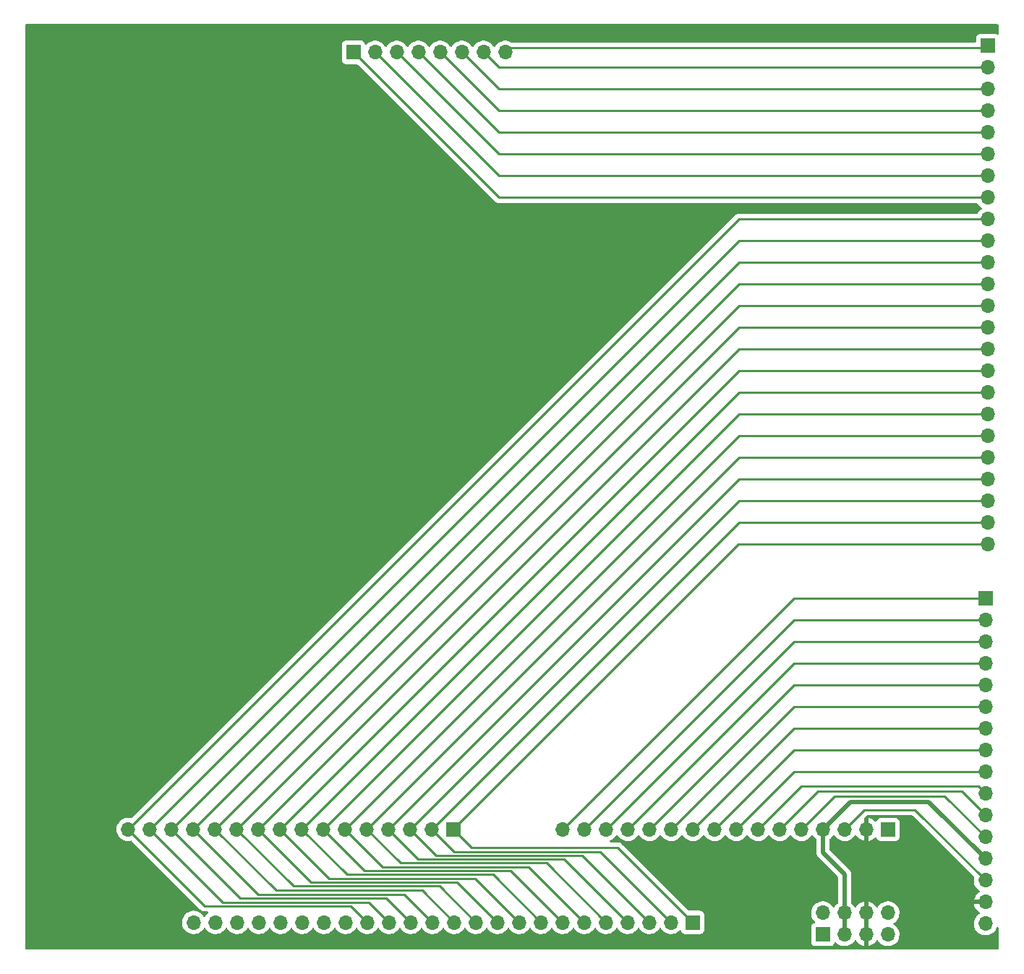
<source format=gbr>
%TF.GenerationSoftware,KiCad,Pcbnew,(6.0.0-0)*%
%TF.CreationDate,2022-02-02T01:00:52-05:00*%
%TF.ProjectId,Memory-Backplane,4d656d6f-7279-42d4-9261-636b706c616e,rev?*%
%TF.SameCoordinates,Original*%
%TF.FileFunction,Copper,L1,Top*%
%TF.FilePolarity,Positive*%
%FSLAX46Y46*%
G04 Gerber Fmt 4.6, Leading zero omitted, Abs format (unit mm)*
G04 Created by KiCad (PCBNEW (6.0.0-0)) date 2022-02-02 01:00:52*
%MOMM*%
%LPD*%
G01*
G04 APERTURE LIST*
%TA.AperFunction,ComponentPad*%
%ADD10R,1.700000X1.700000*%
%TD*%
%TA.AperFunction,ComponentPad*%
%ADD11O,1.700000X1.700000*%
%TD*%
%TA.AperFunction,Conductor*%
%ADD12C,0.250000*%
%TD*%
%TA.AperFunction,Conductor*%
%ADD13C,0.500000*%
%TD*%
G04 APERTURE END LIST*
D10*
%TO.P,J4,1,Pin_1*%
%TO.N,ADDR_BUS15*%
X125152000Y-135098000D03*
D11*
%TO.P,J4,2,Pin_2*%
%TO.N,ADDR_BUS14*%
X122612000Y-135098000D03*
%TO.P,J4,3,Pin_3*%
%TO.N,ADDR_BUS13*%
X120072000Y-135098000D03*
%TO.P,J4,4,Pin_4*%
%TO.N,ADDR_BUS12*%
X117532000Y-135098000D03*
%TO.P,J4,5,Pin_5*%
%TO.N,ADDR_BUS11*%
X114992000Y-135098000D03*
%TO.P,J4,6,Pin_6*%
%TO.N,ADDR_BUS10*%
X112452000Y-135098000D03*
%TO.P,J4,7,Pin_7*%
%TO.N,ADDR_BUS9*%
X109912000Y-135098000D03*
%TO.P,J4,8,Pin_8*%
%TO.N,ADDR_BUS8*%
X107372000Y-135098000D03*
%TO.P,J4,9,Pin_9*%
%TO.N,ADDR_BUS7*%
X104832000Y-135098000D03*
%TO.P,J4,10,Pin_10*%
%TO.N,ADDR_BUS6*%
X102292000Y-135098000D03*
%TO.P,J4,11,Pin_11*%
%TO.N,ADDR_BUS5*%
X99752000Y-135098000D03*
%TO.P,J4,12,Pin_12*%
%TO.N,ADDR_BUS4*%
X97212000Y-135098000D03*
%TO.P,J4,13,Pin_13*%
%TO.N,ADDR_BUS3*%
X94672000Y-135098000D03*
%TO.P,J4,14,Pin_14*%
%TO.N,ADDR_BUS2*%
X92132000Y-135098000D03*
%TO.P,J4,15,Pin_15*%
%TO.N,ADDR_BUS1*%
X89592000Y-135098000D03*
%TO.P,J4,16,Pin_16*%
%TO.N,ADDR_BUS0*%
X87052000Y-135098000D03*
%TD*%
D10*
%TO.P,J5,1,Pin_1*%
%TO.N,+5V*%
X176040000Y-135100000D03*
D11*
%TO.P,J5,2,Pin_2*%
%TO.N,GND*%
X173500000Y-135100000D03*
%TO.P,J5,3,Pin_3*%
%TO.N,RESET*%
X170960000Y-135100000D03*
%TO.P,J5,4,Pin_4*%
%TO.N,CLOCK*%
X168420000Y-135100000D03*
%TO.P,J5,5,Pin_5*%
%TO.N,~{LATCH_MAR}*%
X165880000Y-135100000D03*
%TO.P,J5,6,Pin_6*%
%TO.N,~{LATCH_DATA_SEGMENT}*%
X163340000Y-135100000D03*
%TO.P,J5,7,Pin_7*%
%TO.N,~{LATCH_CODE_SEGMENT}*%
X160800000Y-135100000D03*
%TO.P,J5,8,Pin_8*%
%TO.N,~{LATCH_STACK_SEGMENT}*%
X158260000Y-135100000D03*
%TO.P,J5,9,Pin_9*%
%TO.N,~{DATA_SEGMENT_OUT}*%
X155720000Y-135100000D03*
%TO.P,J5,10,Pin_10*%
%TO.N,~{CODE_SEGMENT_OUT}*%
X153180000Y-135100000D03*
%TO.P,J5,11,Pin_11*%
%TO.N,~{STACK_SEGMENT_OUT}*%
X150640000Y-135100000D03*
%TO.P,J5,12,Pin_12*%
%TO.N,~{USE_DATA_SEGMENT}*%
X148100000Y-135100000D03*
%TO.P,J5,13,Pin_13*%
%TO.N,~{USE_CODE_SEGMENT}*%
X145560000Y-135100000D03*
%TO.P,J5,14,Pin_14*%
%TO.N,~{USE_STACK_SEGMENT}*%
X143020000Y-135100000D03*
%TO.P,J5,15,Pin_15*%
%TO.N,~{READ}*%
X140480000Y-135100000D03*
%TO.P,J5,16,Pin_16*%
%TO.N,~{WRITE}*%
X137940000Y-135100000D03*
%TD*%
D10*
%TO.P,J7,1,Pin_1*%
%TO.N,RESET*%
X168390000Y-147422000D03*
D11*
%TO.P,J7,2,Pin_2*%
X168390000Y-144882000D03*
%TO.P,J7,3,Pin_3*%
%TO.N,CLOCK*%
X170930000Y-147422000D03*
%TO.P,J7,4,Pin_4*%
X170930000Y-144882000D03*
%TO.P,J7,5,Pin_5*%
%TO.N,GND*%
X173470000Y-147422000D03*
%TO.P,J7,6,Pin_6*%
X173470000Y-144882000D03*
%TO.P,J7,7,Pin_7*%
%TO.N,+5V*%
X176010000Y-147422000D03*
%TO.P,J7,8,Pin_8*%
X176010000Y-144882000D03*
%TD*%
D10*
%TO.P,J2,1,Pin_1*%
%TO.N,BUS7*%
X113427000Y-44048000D03*
D11*
%TO.P,J2,2,Pin_2*%
%TO.N,BUS6*%
X115967000Y-44048000D03*
%TO.P,J2,3,Pin_3*%
%TO.N,BUS5*%
X118507000Y-44048000D03*
%TO.P,J2,4,Pin_4*%
%TO.N,BUS4*%
X121047000Y-44048000D03*
%TO.P,J2,5,Pin_5*%
%TO.N,BUS3*%
X123587000Y-44048000D03*
%TO.P,J2,6,Pin_6*%
%TO.N,BUS2*%
X126127000Y-44048000D03*
%TO.P,J2,7,Pin_7*%
%TO.N,BUS1*%
X128667000Y-44048000D03*
%TO.P,J2,8,Pin_8*%
%TO.N,BUS0*%
X131207000Y-44048000D03*
%TD*%
D10*
%TO.P,J6,1,Pin_1*%
%TO.N,BUS0*%
X187694000Y-43282000D03*
D11*
%TO.P,J6,2,Pin_2*%
%TO.N,BUS1*%
X187694000Y-45822000D03*
%TO.P,J6,3,Pin_3*%
%TO.N,BUS2*%
X187694000Y-48362000D03*
%TO.P,J6,4,Pin_4*%
%TO.N,BUS3*%
X187694000Y-50902000D03*
%TO.P,J6,5,Pin_5*%
%TO.N,BUS4*%
X187694000Y-53442000D03*
%TO.P,J6,6,Pin_6*%
%TO.N,BUS5*%
X187694000Y-55982000D03*
%TO.P,J6,7,Pin_7*%
%TO.N,BUS6*%
X187694000Y-58522000D03*
%TO.P,J6,8,Pin_8*%
%TO.N,BUS7*%
X187694000Y-61062000D03*
%TO.P,J6,9,Pin_9*%
%TO.N,ADDR_BUS0*%
X187694000Y-63602000D03*
%TO.P,J6,10,Pin_10*%
%TO.N,ADDR_BUS1*%
X187694000Y-66142000D03*
%TO.P,J6,11,Pin_11*%
%TO.N,ADDR_BUS2*%
X187694000Y-68682000D03*
%TO.P,J6,12,Pin_12*%
%TO.N,ADDR_BUS3*%
X187694000Y-71222000D03*
%TO.P,J6,13,Pin_13*%
%TO.N,ADDR_BUS4*%
X187694000Y-73762000D03*
%TO.P,J6,14,Pin_14*%
%TO.N,ADDR_BUS5*%
X187694000Y-76302000D03*
%TO.P,J6,15,Pin_15*%
%TO.N,ADDR_BUS6*%
X187694000Y-78842000D03*
%TO.P,J6,16,Pin_16*%
%TO.N,ADDR_BUS7*%
X187694000Y-81382000D03*
%TO.P,J6,17,Pin_17*%
%TO.N,ADDR_BUS8*%
X187694000Y-83922000D03*
%TO.P,J6,18,Pin_18*%
%TO.N,ADDR_BUS9*%
X187694000Y-86462000D03*
%TO.P,J6,19,Pin_19*%
%TO.N,ADDR_BUS10*%
X187694000Y-89002000D03*
%TO.P,J6,20,Pin_20*%
%TO.N,ADDR_BUS11*%
X187694000Y-91542000D03*
%TO.P,J6,21,Pin_21*%
%TO.N,ADDR_BUS12*%
X187694000Y-94082000D03*
%TO.P,J6,22,Pin_22*%
%TO.N,ADDR_BUS13*%
X187694000Y-96622000D03*
%TO.P,J6,23,Pin_23*%
%TO.N,ADDR_BUS14*%
X187694000Y-99162000D03*
%TO.P,J6,24,Pin_24*%
%TO.N,ADDR_BUS15*%
X187694000Y-101702000D03*
%TD*%
D10*
%TO.P,J3,1,Pin_1*%
%TO.N,ADDR_BUS15*%
X153150000Y-145992000D03*
D11*
%TO.P,J3,2,Pin_2*%
%TO.N,ADDR_BUS14*%
X150610000Y-145992000D03*
%TO.P,J3,3,Pin_3*%
%TO.N,ADDR_BUS13*%
X148070000Y-145992000D03*
%TO.P,J3,4,Pin_4*%
%TO.N,ADDR_BUS12*%
X145530000Y-145992000D03*
%TO.P,J3,5,Pin_5*%
%TO.N,ADDR_BUS11*%
X142990000Y-145992000D03*
%TO.P,J3,6,Pin_6*%
%TO.N,ADDR_BUS10*%
X140450000Y-145992000D03*
%TO.P,J3,7,Pin_7*%
%TO.N,ADDR_BUS9*%
X137910000Y-145992000D03*
%TO.P,J3,8,Pin_8*%
%TO.N,ADDR_BUS8*%
X135370000Y-145992000D03*
%TO.P,J3,9,Pin_9*%
%TO.N,ADDR_BUS7*%
X132830000Y-145992000D03*
%TO.P,J3,10,Pin_10*%
%TO.N,ADDR_BUS6*%
X130290000Y-145992000D03*
%TO.P,J3,11,Pin_11*%
%TO.N,ADDR_BUS5*%
X127750000Y-145992000D03*
%TO.P,J3,12,Pin_12*%
%TO.N,ADDR_BUS4*%
X125210000Y-145992000D03*
%TO.P,J3,13,Pin_13*%
%TO.N,ADDR_BUS3*%
X122670000Y-145992000D03*
%TO.P,J3,14,Pin_14*%
%TO.N,ADDR_BUS2*%
X120130000Y-145992000D03*
%TO.P,J3,15,Pin_15*%
%TO.N,ADDR_BUS1*%
X117590000Y-145992000D03*
%TO.P,J3,16,Pin_16*%
%TO.N,ADDR_BUS0*%
X115050000Y-145992000D03*
%TO.P,J3,17,Pin_17*%
%TO.N,BUS7*%
X112510000Y-145992000D03*
%TO.P,J3,18,Pin_18*%
%TO.N,BUS6*%
X109970000Y-145992000D03*
%TO.P,J3,19,Pin_19*%
%TO.N,BUS5*%
X107430000Y-145992000D03*
%TO.P,J3,20,Pin_20*%
%TO.N,BUS4*%
X104890000Y-145992000D03*
%TO.P,J3,21,Pin_21*%
%TO.N,BUS3*%
X102350000Y-145992000D03*
%TO.P,J3,22,Pin_22*%
%TO.N,BUS2*%
X99810000Y-145992000D03*
%TO.P,J3,23,Pin_23*%
%TO.N,BUS1*%
X97270000Y-145992000D03*
%TO.P,J3,24,Pin_24*%
%TO.N,BUS0*%
X94730000Y-145992000D03*
%TD*%
D10*
%TO.P,J1,1,Pin_1*%
%TO.N,~{WRITE}*%
X187440000Y-108052000D03*
D11*
%TO.P,J1,2,Pin_2*%
%TO.N,~{READ}*%
X187440000Y-110592000D03*
%TO.P,J1,3,Pin_3*%
%TO.N,~{USE_STACK_SEGMENT}*%
X187440000Y-113132000D03*
%TO.P,J1,4,Pin_4*%
%TO.N,~{USE_CODE_SEGMENT}*%
X187440000Y-115672000D03*
%TO.P,J1,5,Pin_5*%
%TO.N,~{USE_DATA_SEGMENT}*%
X187440000Y-118212000D03*
%TO.P,J1,6,Pin_6*%
%TO.N,~{STACK_SEGMENT_OUT}*%
X187440000Y-120752000D03*
%TO.P,J1,7,Pin_7*%
%TO.N,~{CODE_SEGMENT_OUT}*%
X187440000Y-123292000D03*
%TO.P,J1,8,Pin_8*%
%TO.N,~{DATA_SEGMENT_OUT}*%
X187440000Y-125832000D03*
%TO.P,J1,9,Pin_9*%
%TO.N,~{LATCH_STACK_SEGMENT}*%
X187440000Y-128372000D03*
%TO.P,J1,10,Pin_10*%
%TO.N,~{LATCH_CODE_SEGMENT}*%
X187440000Y-130912000D03*
%TO.P,J1,11,Pin_11*%
%TO.N,~{LATCH_DATA_SEGMENT}*%
X187440000Y-133452000D03*
%TO.P,J1,12,Pin_12*%
%TO.N,~{LATCH_MAR}*%
X187440000Y-135992000D03*
%TO.P,J1,13,Pin_13*%
%TO.N,CLOCK*%
X187440000Y-138532000D03*
%TO.P,J1,14,Pin_14*%
%TO.N,RESET*%
X187440000Y-141072000D03*
%TO.P,J1,15,Pin_15*%
%TO.N,GND*%
X187440000Y-143612000D03*
%TO.P,J1,16,Pin_16*%
%TO.N,+5V*%
X187440000Y-146152000D03*
%TD*%
D12*
%TO.N,ADDR_BUS0*%
X87052000Y-135098000D02*
X96034000Y-144080000D01*
X96034000Y-144080000D02*
X113138000Y-144080000D01*
X113138000Y-144080000D02*
X115050000Y-145992000D01*
%TO.N,ADDR_BUS3*%
X102294979Y-142720979D02*
X119398979Y-142720979D01*
X94672000Y-135098000D02*
X102294979Y-142720979D01*
%TO.N,ADDR_BUS1*%
X115218000Y-143620000D02*
X117590000Y-145992000D01*
%TO.N,ADDR_BUS3*%
X119398979Y-142720979D02*
X122670000Y-145992000D01*
%TO.N,ADDR_BUS2*%
X117308489Y-143170489D02*
X120130000Y-145992000D01*
%TO.N,ADDR_BUS1*%
X89592000Y-135098000D02*
X98114000Y-143620000D01*
%TO.N,ADDR_BUS2*%
X100204489Y-143170489D02*
X117308489Y-143170489D01*
X92132000Y-135098000D02*
X100204489Y-143170489D01*
%TO.N,ADDR_BUS1*%
X98114000Y-143620000D02*
X115218000Y-143620000D01*
%TO.N,ADDR_BUS4*%
X97212000Y-135098000D02*
X104364000Y-142250000D01*
X104364000Y-142250000D02*
X121468000Y-142250000D01*
X121468000Y-142250000D02*
X125210000Y-145992000D01*
%TO.N,ADDR_BUS5*%
X99752000Y-135098000D02*
X106404000Y-141750000D01*
X106404000Y-141750000D02*
X123508000Y-141750000D01*
X123508000Y-141750000D02*
X127750000Y-145992000D01*
%TO.N,ADDR_BUS6*%
X102292000Y-135098000D02*
X108484000Y-141290000D01*
X125588000Y-141290000D02*
X130290000Y-145992000D01*
X108484000Y-141290000D02*
X125588000Y-141290000D01*
%TO.N,ADDR_BUS15*%
X144401918Y-137243918D02*
X153150000Y-145992000D01*
%TO.N,ADDR_BUS12*%
X121026447Y-138592447D02*
X138130447Y-138592447D01*
%TO.N,ADDR_BUS14*%
X122612000Y-135098000D02*
X125207427Y-137693427D01*
%TO.N,ADDR_BUS10*%
X116845467Y-139491467D02*
X133949467Y-139491467D01*
%TO.N,ADDR_BUS15*%
X125152000Y-135098000D02*
X127297918Y-137243918D01*
%TO.N,ADDR_BUS12*%
X117532000Y-135098000D02*
X121026447Y-138592447D01*
%TO.N,ADDR_BUS8*%
X112664489Y-140390489D02*
X129768489Y-140390489D01*
%TO.N,ADDR_BUS13*%
X123116937Y-138142937D02*
X140220937Y-138142937D01*
%TO.N,ADDR_BUS10*%
X112452000Y-135098000D02*
X116845467Y-139491467D01*
%TO.N,ADDR_BUS13*%
X140220937Y-138142937D02*
X148070000Y-145992000D01*
%TO.N,ADDR_BUS11*%
X136039957Y-139041957D02*
X142990000Y-145992000D01*
%TO.N,ADDR_BUS7*%
X127678000Y-140840000D02*
X132830000Y-145992000D01*
%TO.N,ADDR_BUS11*%
X114992000Y-135098000D02*
X118935957Y-139041957D01*
%TO.N,ADDR_BUS14*%
X142311427Y-137693427D02*
X150610000Y-145992000D01*
%TO.N,ADDR_BUS15*%
X127297918Y-137243918D02*
X144401918Y-137243918D01*
%TO.N,ADDR_BUS9*%
X131858978Y-139940978D02*
X137910000Y-145992000D01*
X109912000Y-135098000D02*
X114754978Y-139940978D01*
X114754978Y-139940978D02*
X131858978Y-139940978D01*
%TO.N,ADDR_BUS8*%
X107372000Y-135098000D02*
X112664489Y-140390489D01*
%TO.N,ADDR_BUS13*%
X120072000Y-135098000D02*
X123116937Y-138142937D01*
%TO.N,ADDR_BUS14*%
X125207427Y-137693427D02*
X142311427Y-137693427D01*
%TO.N,ADDR_BUS8*%
X129768489Y-140390489D02*
X135370000Y-145992000D01*
%TO.N,ADDR_BUS11*%
X118935957Y-139041957D02*
X136039957Y-139041957D01*
%TO.N,ADDR_BUS12*%
X138130447Y-138592447D02*
X145530000Y-145992000D01*
%TO.N,ADDR_BUS10*%
X133949467Y-139491467D02*
X140450000Y-145992000D01*
%TO.N,ADDR_BUS7*%
X104832000Y-135098000D02*
X110574000Y-140840000D01*
X110574000Y-140840000D02*
X127678000Y-140840000D01*
%TO.N,~{LATCH_MAR}*%
X165880000Y-135100000D02*
X169790000Y-131190000D01*
X169790000Y-131190000D02*
X182638000Y-131190000D01*
X182638000Y-131190000D02*
X187440000Y-135992000D01*
%TO.N,~{LATCH_DATA_SEGMENT}*%
X184628490Y-130640490D02*
X187440000Y-133452000D01*
X167799510Y-130640490D02*
X184628490Y-130640490D01*
X163340000Y-135100000D02*
X167799510Y-130640490D01*
%TO.N,~{LATCH_CODE_SEGMENT}*%
X186590000Y-130062000D02*
X187440000Y-130912000D01*
X165838000Y-130062000D02*
X186590000Y-130062000D01*
X160800000Y-135100000D02*
X165838000Y-130062000D01*
D13*
%TO.N,CLOCK*%
X168420000Y-135100000D02*
X171640000Y-131880000D01*
X171640000Y-131880000D02*
X180788000Y-131880000D01*
X180788000Y-131880000D02*
X187440000Y-138532000D01*
X170930000Y-144882000D02*
X170930000Y-140320000D01*
X168420000Y-137810000D02*
X168420000Y-135100000D01*
X170930000Y-140320000D02*
X168420000Y-137810000D01*
X170930000Y-147422000D02*
X170930000Y-144882000D01*
D12*
%TO.N,RESET*%
X173250000Y-132810000D02*
X179178000Y-132810000D01*
X179178000Y-132810000D02*
X187440000Y-141072000D01*
X170960000Y-135100000D02*
X173250000Y-132810000D01*
%TO.N,~{LATCH_STACK_SEGMENT}*%
X187440000Y-128372000D02*
X164988000Y-128372000D01*
X164988000Y-128372000D02*
X158260000Y-135100000D01*
%TO.N,~{DATA_SEGMENT_OUT}*%
X155720000Y-135100000D02*
X164988000Y-125832000D01*
X164988000Y-125832000D02*
X187440000Y-125832000D01*
%TO.N,~{CODE_SEGMENT_OUT}*%
X187440000Y-123292000D02*
X164988000Y-123292000D01*
X164988000Y-123292000D02*
X153180000Y-135100000D01*
%TO.N,~{STACK_SEGMENT_OUT}*%
X150640000Y-135100000D02*
X164988000Y-120752000D01*
X164988000Y-120752000D02*
X187440000Y-120752000D01*
%TO.N,~{USE_DATA_SEGMENT}*%
X187440000Y-118212000D02*
X164988000Y-118212000D01*
X164988000Y-118212000D02*
X148100000Y-135100000D01*
%TO.N,~{USE_CODE_SEGMENT}*%
X145560000Y-135100000D02*
X164988000Y-115672000D01*
X164988000Y-115672000D02*
X187440000Y-115672000D01*
%TO.N,~{USE_STACK_SEGMENT}*%
X187440000Y-113132000D02*
X164988000Y-113132000D01*
X164988000Y-113132000D02*
X143020000Y-135100000D01*
%TO.N,~{READ}*%
X140480000Y-135100000D02*
X164988000Y-110592000D01*
X164988000Y-110592000D02*
X187440000Y-110592000D01*
%TO.N,~{WRITE}*%
X187440000Y-108052000D02*
X164988000Y-108052000D01*
X164988000Y-108052000D02*
X137940000Y-135100000D01*
%TO.N,ADDR_BUS15*%
X125152000Y-135098000D02*
X125152000Y-135034000D01*
X125152000Y-135034000D02*
X158484000Y-101702000D01*
X158484000Y-101702000D02*
X187694000Y-101702000D01*
%TO.N,ADDR_BUS14*%
X187694000Y-99162000D02*
X158548000Y-99162000D01*
X158548000Y-99162000D02*
X122612000Y-135098000D01*
%TO.N,ADDR_BUS13*%
X120072000Y-135098000D02*
X158548000Y-96622000D01*
X158548000Y-96622000D02*
X187694000Y-96622000D01*
%TO.N,ADDR_BUS12*%
X187694000Y-94082000D02*
X158548000Y-94082000D01*
X158548000Y-94082000D02*
X117532000Y-135098000D01*
%TO.N,ADDR_BUS11*%
X114992000Y-135098000D02*
X158548000Y-91542000D01*
X158548000Y-91542000D02*
X187694000Y-91542000D01*
%TO.N,ADDR_BUS10*%
X187694000Y-89002000D02*
X158548000Y-89002000D01*
X158548000Y-89002000D02*
X112452000Y-135098000D01*
%TO.N,ADDR_BUS9*%
X109912000Y-135098000D02*
X158548000Y-86462000D01*
X158548000Y-86462000D02*
X187694000Y-86462000D01*
%TO.N,ADDR_BUS8*%
X187694000Y-83922000D02*
X158548000Y-83922000D01*
X158548000Y-83922000D02*
X107372000Y-135098000D01*
%TO.N,ADDR_BUS7*%
X104832000Y-135098000D02*
X158548000Y-81382000D01*
X158548000Y-81382000D02*
X187694000Y-81382000D01*
%TO.N,ADDR_BUS6*%
X187694000Y-78842000D02*
X158548000Y-78842000D01*
X158548000Y-78842000D02*
X102292000Y-135098000D01*
%TO.N,ADDR_BUS5*%
X99752000Y-135098000D02*
X158548000Y-76302000D01*
X158548000Y-76302000D02*
X187694000Y-76302000D01*
%TO.N,ADDR_BUS4*%
X187694000Y-73762000D02*
X158548000Y-73762000D01*
X158548000Y-73762000D02*
X97212000Y-135098000D01*
%TO.N,ADDR_BUS3*%
X94672000Y-135098000D02*
X158548000Y-71222000D01*
X158548000Y-71222000D02*
X187694000Y-71222000D01*
%TO.N,ADDR_BUS2*%
X187694000Y-68682000D02*
X158548000Y-68682000D01*
X158548000Y-68682000D02*
X92132000Y-135098000D01*
%TO.N,ADDR_BUS1*%
X89592000Y-135098000D02*
X158548000Y-66142000D01*
X158548000Y-66142000D02*
X187694000Y-66142000D01*
%TO.N,ADDR_BUS0*%
X187694000Y-63602000D02*
X158548000Y-63602000D01*
X158548000Y-63602000D02*
X87052000Y-135098000D01*
%TO.N,BUS0*%
X131207000Y-44048000D02*
X131719000Y-43536000D01*
X131719000Y-43536000D02*
X187440000Y-43536000D01*
X187440000Y-43536000D02*
X187694000Y-43282000D01*
%TO.N,BUS7*%
X187694000Y-61062000D02*
X130441000Y-61062000D01*
X130441000Y-61062000D02*
X113427000Y-44048000D01*
%TO.N,BUS6*%
X115967000Y-44048000D02*
X130441000Y-58522000D01*
X130441000Y-58522000D02*
X187694000Y-58522000D01*
%TO.N,BUS5*%
X187694000Y-55982000D02*
X130441000Y-55982000D01*
X130441000Y-55982000D02*
X118507000Y-44048000D01*
%TO.N,BUS4*%
X121047000Y-44048000D02*
X130441000Y-53442000D01*
X130441000Y-53442000D02*
X187694000Y-53442000D01*
%TO.N,BUS3*%
X123587000Y-44048000D02*
X130441000Y-50902000D01*
X130441000Y-50902000D02*
X187694000Y-50902000D01*
%TO.N,BUS2*%
X126127000Y-44048000D02*
X130441000Y-48362000D01*
X130441000Y-48362000D02*
X187694000Y-48362000D01*
%TO.N,BUS1*%
X187694000Y-45822000D02*
X130441000Y-45822000D01*
X130441000Y-45822000D02*
X128667000Y-44048000D01*
%TD*%
%TA.AperFunction,Conductor*%
%TO.N,GND*%
G36*
X188906121Y-40756002D02*
G01*
X188952614Y-40809658D01*
X188964000Y-40862000D01*
X188964000Y-41865081D01*
X188943998Y-41933202D01*
X188890342Y-41979695D01*
X188820068Y-41989799D01*
X188791164Y-41980161D01*
X188790705Y-41981385D01*
X188654316Y-41930255D01*
X188592134Y-41923500D01*
X186795866Y-41923500D01*
X186733684Y-41930255D01*
X186597295Y-41981385D01*
X186480739Y-42068739D01*
X186393385Y-42185295D01*
X186342255Y-42321684D01*
X186335500Y-42383866D01*
X186335500Y-42776500D01*
X186315498Y-42844621D01*
X186261842Y-42891114D01*
X186209500Y-42902500D01*
X131975536Y-42902500D01*
X131914643Y-42886809D01*
X131770318Y-42807138D01*
X131770317Y-42807137D01*
X131765789Y-42804638D01*
X131760920Y-42802914D01*
X131760916Y-42802912D01*
X131560087Y-42731795D01*
X131560083Y-42731794D01*
X131555212Y-42730069D01*
X131550119Y-42729162D01*
X131550116Y-42729161D01*
X131340373Y-42691800D01*
X131340367Y-42691799D01*
X131335284Y-42690894D01*
X131261452Y-42689992D01*
X131117081Y-42688228D01*
X131117079Y-42688228D01*
X131111911Y-42688165D01*
X130891091Y-42721955D01*
X130678756Y-42791357D01*
X130648443Y-42807137D01*
X130495395Y-42886809D01*
X130480607Y-42894507D01*
X130476474Y-42897610D01*
X130476471Y-42897612D01*
X130306100Y-43025530D01*
X130301965Y-43028635D01*
X130298393Y-43032373D01*
X130190729Y-43145037D01*
X130147629Y-43190138D01*
X130040201Y-43347621D01*
X129985293Y-43392621D01*
X129914768Y-43400792D01*
X129851021Y-43369538D01*
X129830324Y-43345054D01*
X129749822Y-43220617D01*
X129749820Y-43220614D01*
X129747014Y-43216277D01*
X129596670Y-43051051D01*
X129592619Y-43047852D01*
X129592615Y-43047848D01*
X129425414Y-42915800D01*
X129425410Y-42915798D01*
X129421359Y-42912598D01*
X129403067Y-42902500D01*
X129298218Y-42844621D01*
X129225789Y-42804638D01*
X129220920Y-42802914D01*
X129220916Y-42802912D01*
X129020087Y-42731795D01*
X129020083Y-42731794D01*
X129015212Y-42730069D01*
X129010119Y-42729162D01*
X129010116Y-42729161D01*
X128800373Y-42691800D01*
X128800367Y-42691799D01*
X128795284Y-42690894D01*
X128721452Y-42689992D01*
X128577081Y-42688228D01*
X128577079Y-42688228D01*
X128571911Y-42688165D01*
X128351091Y-42721955D01*
X128138756Y-42791357D01*
X128108443Y-42807137D01*
X127955395Y-42886809D01*
X127940607Y-42894507D01*
X127936474Y-42897610D01*
X127936471Y-42897612D01*
X127766100Y-43025530D01*
X127761965Y-43028635D01*
X127758393Y-43032373D01*
X127650729Y-43145037D01*
X127607629Y-43190138D01*
X127500201Y-43347621D01*
X127445293Y-43392621D01*
X127374768Y-43400792D01*
X127311021Y-43369538D01*
X127290324Y-43345054D01*
X127209822Y-43220617D01*
X127209820Y-43220614D01*
X127207014Y-43216277D01*
X127056670Y-43051051D01*
X127052619Y-43047852D01*
X127052615Y-43047848D01*
X126885414Y-42915800D01*
X126885410Y-42915798D01*
X126881359Y-42912598D01*
X126863067Y-42902500D01*
X126758218Y-42844621D01*
X126685789Y-42804638D01*
X126680920Y-42802914D01*
X126680916Y-42802912D01*
X126480087Y-42731795D01*
X126480083Y-42731794D01*
X126475212Y-42730069D01*
X126470119Y-42729162D01*
X126470116Y-42729161D01*
X126260373Y-42691800D01*
X126260367Y-42691799D01*
X126255284Y-42690894D01*
X126181452Y-42689992D01*
X126037081Y-42688228D01*
X126037079Y-42688228D01*
X126031911Y-42688165D01*
X125811091Y-42721955D01*
X125598756Y-42791357D01*
X125568443Y-42807137D01*
X125415395Y-42886809D01*
X125400607Y-42894507D01*
X125396474Y-42897610D01*
X125396471Y-42897612D01*
X125226100Y-43025530D01*
X125221965Y-43028635D01*
X125218393Y-43032373D01*
X125110729Y-43145037D01*
X125067629Y-43190138D01*
X124960201Y-43347621D01*
X124905293Y-43392621D01*
X124834768Y-43400792D01*
X124771021Y-43369538D01*
X124750324Y-43345054D01*
X124669822Y-43220617D01*
X124669820Y-43220614D01*
X124667014Y-43216277D01*
X124516670Y-43051051D01*
X124512619Y-43047852D01*
X124512615Y-43047848D01*
X124345414Y-42915800D01*
X124345410Y-42915798D01*
X124341359Y-42912598D01*
X124323067Y-42902500D01*
X124218218Y-42844621D01*
X124145789Y-42804638D01*
X124140920Y-42802914D01*
X124140916Y-42802912D01*
X123940087Y-42731795D01*
X123940083Y-42731794D01*
X123935212Y-42730069D01*
X123930119Y-42729162D01*
X123930116Y-42729161D01*
X123720373Y-42691800D01*
X123720367Y-42691799D01*
X123715284Y-42690894D01*
X123641452Y-42689992D01*
X123497081Y-42688228D01*
X123497079Y-42688228D01*
X123491911Y-42688165D01*
X123271091Y-42721955D01*
X123058756Y-42791357D01*
X123028443Y-42807137D01*
X122875395Y-42886809D01*
X122860607Y-42894507D01*
X122856474Y-42897610D01*
X122856471Y-42897612D01*
X122686100Y-43025530D01*
X122681965Y-43028635D01*
X122678393Y-43032373D01*
X122570729Y-43145037D01*
X122527629Y-43190138D01*
X122420201Y-43347621D01*
X122365293Y-43392621D01*
X122294768Y-43400792D01*
X122231021Y-43369538D01*
X122210324Y-43345054D01*
X122129822Y-43220617D01*
X122129820Y-43220614D01*
X122127014Y-43216277D01*
X121976670Y-43051051D01*
X121972619Y-43047852D01*
X121972615Y-43047848D01*
X121805414Y-42915800D01*
X121805410Y-42915798D01*
X121801359Y-42912598D01*
X121783067Y-42902500D01*
X121678218Y-42844621D01*
X121605789Y-42804638D01*
X121600920Y-42802914D01*
X121600916Y-42802912D01*
X121400087Y-42731795D01*
X121400083Y-42731794D01*
X121395212Y-42730069D01*
X121390119Y-42729162D01*
X121390116Y-42729161D01*
X121180373Y-42691800D01*
X121180367Y-42691799D01*
X121175284Y-42690894D01*
X121101452Y-42689992D01*
X120957081Y-42688228D01*
X120957079Y-42688228D01*
X120951911Y-42688165D01*
X120731091Y-42721955D01*
X120518756Y-42791357D01*
X120488443Y-42807137D01*
X120335395Y-42886809D01*
X120320607Y-42894507D01*
X120316474Y-42897610D01*
X120316471Y-42897612D01*
X120146100Y-43025530D01*
X120141965Y-43028635D01*
X120138393Y-43032373D01*
X120030729Y-43145037D01*
X119987629Y-43190138D01*
X119880201Y-43347621D01*
X119825293Y-43392621D01*
X119754768Y-43400792D01*
X119691021Y-43369538D01*
X119670324Y-43345054D01*
X119589822Y-43220617D01*
X119589820Y-43220614D01*
X119587014Y-43216277D01*
X119436670Y-43051051D01*
X119432619Y-43047852D01*
X119432615Y-43047848D01*
X119265414Y-42915800D01*
X119265410Y-42915798D01*
X119261359Y-42912598D01*
X119243067Y-42902500D01*
X119138218Y-42844621D01*
X119065789Y-42804638D01*
X119060920Y-42802914D01*
X119060916Y-42802912D01*
X118860087Y-42731795D01*
X118860083Y-42731794D01*
X118855212Y-42730069D01*
X118850119Y-42729162D01*
X118850116Y-42729161D01*
X118640373Y-42691800D01*
X118640367Y-42691799D01*
X118635284Y-42690894D01*
X118561452Y-42689992D01*
X118417081Y-42688228D01*
X118417079Y-42688228D01*
X118411911Y-42688165D01*
X118191091Y-42721955D01*
X117978756Y-42791357D01*
X117948443Y-42807137D01*
X117795395Y-42886809D01*
X117780607Y-42894507D01*
X117776474Y-42897610D01*
X117776471Y-42897612D01*
X117606100Y-43025530D01*
X117601965Y-43028635D01*
X117598393Y-43032373D01*
X117490729Y-43145037D01*
X117447629Y-43190138D01*
X117340201Y-43347621D01*
X117285293Y-43392621D01*
X117214768Y-43400792D01*
X117151021Y-43369538D01*
X117130324Y-43345054D01*
X117049822Y-43220617D01*
X117049820Y-43220614D01*
X117047014Y-43216277D01*
X116896670Y-43051051D01*
X116892619Y-43047852D01*
X116892615Y-43047848D01*
X116725414Y-42915800D01*
X116725410Y-42915798D01*
X116721359Y-42912598D01*
X116703067Y-42902500D01*
X116598218Y-42844621D01*
X116525789Y-42804638D01*
X116520920Y-42802914D01*
X116520916Y-42802912D01*
X116320087Y-42731795D01*
X116320083Y-42731794D01*
X116315212Y-42730069D01*
X116310119Y-42729162D01*
X116310116Y-42729161D01*
X116100373Y-42691800D01*
X116100367Y-42691799D01*
X116095284Y-42690894D01*
X116021452Y-42689992D01*
X115877081Y-42688228D01*
X115877079Y-42688228D01*
X115871911Y-42688165D01*
X115651091Y-42721955D01*
X115438756Y-42791357D01*
X115408443Y-42807137D01*
X115255395Y-42886809D01*
X115240607Y-42894507D01*
X115236474Y-42897610D01*
X115236471Y-42897612D01*
X115066100Y-43025530D01*
X115061965Y-43028635D01*
X115005537Y-43087684D01*
X114981283Y-43113064D01*
X114919759Y-43148494D01*
X114848846Y-43145037D01*
X114791060Y-43103791D01*
X114772207Y-43070243D01*
X114730767Y-42959703D01*
X114727615Y-42951295D01*
X114640261Y-42834739D01*
X114523705Y-42747385D01*
X114387316Y-42696255D01*
X114325134Y-42689500D01*
X112528866Y-42689500D01*
X112466684Y-42696255D01*
X112330295Y-42747385D01*
X112213739Y-42834739D01*
X112126385Y-42951295D01*
X112075255Y-43087684D01*
X112068500Y-43149866D01*
X112068500Y-44946134D01*
X112075255Y-45008316D01*
X112126385Y-45144705D01*
X112213739Y-45261261D01*
X112330295Y-45348615D01*
X112466684Y-45399745D01*
X112528866Y-45406500D01*
X113837406Y-45406500D01*
X113905527Y-45426502D01*
X113926501Y-45443405D01*
X129937343Y-61454247D01*
X129944887Y-61462537D01*
X129949000Y-61469018D01*
X129954777Y-61474443D01*
X129998667Y-61515658D01*
X130001509Y-61518413D01*
X130021231Y-61538135D01*
X130024355Y-61540558D01*
X130024359Y-61540562D01*
X130024424Y-61540612D01*
X130033445Y-61548317D01*
X130065679Y-61578586D01*
X130072627Y-61582405D01*
X130072629Y-61582407D01*
X130083432Y-61588346D01*
X130099959Y-61599202D01*
X130109698Y-61606757D01*
X130109700Y-61606758D01*
X130115960Y-61611614D01*
X130156540Y-61629174D01*
X130167188Y-61634391D01*
X130205940Y-61655695D01*
X130213616Y-61657666D01*
X130213619Y-61657667D01*
X130225562Y-61660733D01*
X130244267Y-61667137D01*
X130262855Y-61675181D01*
X130270678Y-61676420D01*
X130270688Y-61676423D01*
X130306524Y-61682099D01*
X130318144Y-61684505D01*
X130353289Y-61693528D01*
X130360970Y-61695500D01*
X130381224Y-61695500D01*
X130400934Y-61697051D01*
X130420943Y-61700220D01*
X130428835Y-61699474D01*
X130464961Y-61696059D01*
X130476819Y-61695500D01*
X186418274Y-61695500D01*
X186486395Y-61715502D01*
X186525707Y-61755665D01*
X186593987Y-61867088D01*
X186740250Y-62035938D01*
X186912126Y-62178632D01*
X186982595Y-62219811D01*
X186985445Y-62221476D01*
X187034169Y-62273114D01*
X187047240Y-62342897D01*
X187020509Y-62408669D01*
X186980055Y-62442027D01*
X186967607Y-62448507D01*
X186963474Y-62451610D01*
X186963471Y-62451612D01*
X186939247Y-62469800D01*
X186788965Y-62582635D01*
X186634629Y-62744138D01*
X186631715Y-62748410D01*
X186631714Y-62748411D01*
X186519095Y-62913504D01*
X186464184Y-62958507D01*
X186415007Y-62968500D01*
X158626767Y-62968500D01*
X158615584Y-62967973D01*
X158608091Y-62966298D01*
X158600165Y-62966547D01*
X158600164Y-62966547D01*
X158540001Y-62968438D01*
X158536043Y-62968500D01*
X158508144Y-62968500D01*
X158504154Y-62969004D01*
X158492320Y-62969936D01*
X158448111Y-62971326D01*
X158440497Y-62973538D01*
X158440492Y-62973539D01*
X158428659Y-62976977D01*
X158409296Y-62980988D01*
X158389203Y-62983526D01*
X158381836Y-62986443D01*
X158381831Y-62986444D01*
X158348092Y-62999802D01*
X158336865Y-63003646D01*
X158294407Y-63015982D01*
X158287581Y-63020019D01*
X158276972Y-63026293D01*
X158259224Y-63034988D01*
X158240383Y-63042448D01*
X158233967Y-63047110D01*
X158233966Y-63047110D01*
X158204613Y-63068436D01*
X158194693Y-63074952D01*
X158163465Y-63093420D01*
X158163462Y-63093422D01*
X158156638Y-63097458D01*
X158142317Y-63111779D01*
X158127284Y-63124619D01*
X158110893Y-63136528D01*
X158105842Y-63142634D01*
X158082702Y-63170605D01*
X158074712Y-63179384D01*
X87509345Y-133744750D01*
X87447033Y-133778776D01*
X87398154Y-133779702D01*
X87185373Y-133741800D01*
X87185367Y-133741799D01*
X87180284Y-133740894D01*
X87106452Y-133739992D01*
X86962081Y-133738228D01*
X86962079Y-133738228D01*
X86956911Y-133738165D01*
X86736091Y-133771955D01*
X86523756Y-133841357D01*
X86325607Y-133944507D01*
X86321474Y-133947610D01*
X86321471Y-133947612D01*
X86151100Y-134075530D01*
X86146965Y-134078635D01*
X85992629Y-134240138D01*
X85866743Y-134424680D01*
X85772688Y-134627305D01*
X85712989Y-134842570D01*
X85689251Y-135064695D01*
X85689548Y-135069848D01*
X85689548Y-135069851D01*
X85694542Y-135156457D01*
X85702110Y-135287715D01*
X85703247Y-135292761D01*
X85703248Y-135292767D01*
X85703699Y-135294767D01*
X85751222Y-135505639D01*
X85835266Y-135712616D01*
X85951987Y-135903088D01*
X86098250Y-136071938D01*
X86270126Y-136214632D01*
X86463000Y-136327338D01*
X86467825Y-136329180D01*
X86467826Y-136329181D01*
X86540612Y-136356975D01*
X86671692Y-136407030D01*
X86676760Y-136408061D01*
X86676763Y-136408062D01*
X86781693Y-136429410D01*
X86890597Y-136451567D01*
X86895772Y-136451757D01*
X86895774Y-136451757D01*
X87108673Y-136459564D01*
X87108677Y-136459564D01*
X87113837Y-136459753D01*
X87118957Y-136459097D01*
X87118959Y-136459097D01*
X87330288Y-136432025D01*
X87330289Y-136432025D01*
X87335416Y-136431368D01*
X87340367Y-136429883D01*
X87340370Y-136429882D01*
X87381829Y-136417444D01*
X87452825Y-136417028D01*
X87507131Y-136449035D01*
X95530343Y-144472247D01*
X95537887Y-144480537D01*
X95542000Y-144487018D01*
X95547777Y-144492443D01*
X95591667Y-144533658D01*
X95594509Y-144536413D01*
X95614230Y-144556134D01*
X95617425Y-144558612D01*
X95626447Y-144566318D01*
X95658679Y-144596586D01*
X95665628Y-144600406D01*
X95676432Y-144606346D01*
X95692956Y-144617199D01*
X95708959Y-144629613D01*
X95749543Y-144647176D01*
X95760173Y-144652383D01*
X95798940Y-144673695D01*
X95806617Y-144675666D01*
X95806622Y-144675668D01*
X95818558Y-144678732D01*
X95837266Y-144685137D01*
X95855855Y-144693181D01*
X95863683Y-144694421D01*
X95863690Y-144694423D01*
X95899524Y-144700099D01*
X95911144Y-144702505D01*
X95946289Y-144711528D01*
X95953970Y-144713500D01*
X95974224Y-144713500D01*
X95993934Y-144715051D01*
X96013943Y-144718220D01*
X96021835Y-144717474D01*
X96057961Y-144714059D01*
X96069819Y-144713500D01*
X96332432Y-144713500D01*
X96400553Y-144733502D01*
X96447046Y-144787158D01*
X96457150Y-144857432D01*
X96427656Y-144922012D01*
X96408087Y-144940258D01*
X96364965Y-144972635D01*
X96346605Y-144991848D01*
X96215033Y-145129530D01*
X96210629Y-145134138D01*
X96103201Y-145291621D01*
X96048293Y-145336621D01*
X95977768Y-145344792D01*
X95914021Y-145313538D01*
X95893324Y-145289054D01*
X95812822Y-145164617D01*
X95812820Y-145164614D01*
X95810014Y-145160277D01*
X95659670Y-144995051D01*
X95655619Y-144991852D01*
X95655615Y-144991848D01*
X95488414Y-144859800D01*
X95488410Y-144859798D01*
X95484359Y-144856598D01*
X95288789Y-144748638D01*
X95283920Y-144746914D01*
X95283916Y-144746912D01*
X95083087Y-144675795D01*
X95083083Y-144675794D01*
X95078212Y-144674069D01*
X95073119Y-144673162D01*
X95073116Y-144673161D01*
X94863373Y-144635800D01*
X94863367Y-144635799D01*
X94858284Y-144634894D01*
X94784452Y-144633992D01*
X94640081Y-144632228D01*
X94640079Y-144632228D01*
X94634911Y-144632165D01*
X94414091Y-144665955D01*
X94201756Y-144735357D01*
X94003607Y-144838507D01*
X93999474Y-144841610D01*
X93999471Y-144841612D01*
X93829100Y-144969530D01*
X93824965Y-144972635D01*
X93806605Y-144991848D01*
X93675033Y-145129530D01*
X93670629Y-145134138D01*
X93667720Y-145138403D01*
X93667714Y-145138411D01*
X93642739Y-145175023D01*
X93544743Y-145318680D01*
X93450688Y-145521305D01*
X93390989Y-145736570D01*
X93367251Y-145958695D01*
X93367548Y-145963848D01*
X93367548Y-145963851D01*
X93369680Y-146000831D01*
X93380110Y-146181715D01*
X93381247Y-146186761D01*
X93381248Y-146186767D01*
X93390697Y-146228694D01*
X93429222Y-146399639D01*
X93513266Y-146606616D01*
X93550685Y-146667678D01*
X93627291Y-146792688D01*
X93629987Y-146797088D01*
X93776250Y-146965938D01*
X93948126Y-147108632D01*
X94141000Y-147221338D01*
X94349692Y-147301030D01*
X94354760Y-147302061D01*
X94354763Y-147302062D01*
X94442401Y-147319892D01*
X94568597Y-147345567D01*
X94573772Y-147345757D01*
X94573774Y-147345757D01*
X94786673Y-147353564D01*
X94786677Y-147353564D01*
X94791837Y-147353753D01*
X94796957Y-147353097D01*
X94796959Y-147353097D01*
X95008288Y-147326025D01*
X95008289Y-147326025D01*
X95013416Y-147325368D01*
X95021656Y-147322896D01*
X95222429Y-147262661D01*
X95222434Y-147262659D01*
X95227384Y-147261174D01*
X95427994Y-147162896D01*
X95609860Y-147033173D01*
X95768096Y-146875489D01*
X95786816Y-146849438D01*
X95898453Y-146694077D01*
X95899776Y-146695028D01*
X95946645Y-146651857D01*
X96016580Y-146639625D01*
X96082026Y-146667144D01*
X96109875Y-146698994D01*
X96169987Y-146797088D01*
X96316250Y-146965938D01*
X96488126Y-147108632D01*
X96681000Y-147221338D01*
X96889692Y-147301030D01*
X96894760Y-147302061D01*
X96894763Y-147302062D01*
X96982401Y-147319892D01*
X97108597Y-147345567D01*
X97113772Y-147345757D01*
X97113774Y-147345757D01*
X97326673Y-147353564D01*
X97326677Y-147353564D01*
X97331837Y-147353753D01*
X97336957Y-147353097D01*
X97336959Y-147353097D01*
X97548288Y-147326025D01*
X97548289Y-147326025D01*
X97553416Y-147325368D01*
X97561656Y-147322896D01*
X97762429Y-147262661D01*
X97762434Y-147262659D01*
X97767384Y-147261174D01*
X97967994Y-147162896D01*
X98149860Y-147033173D01*
X98308096Y-146875489D01*
X98326816Y-146849438D01*
X98438453Y-146694077D01*
X98439776Y-146695028D01*
X98486645Y-146651857D01*
X98556580Y-146639625D01*
X98622026Y-146667144D01*
X98649875Y-146698994D01*
X98709987Y-146797088D01*
X98856250Y-146965938D01*
X99028126Y-147108632D01*
X99221000Y-147221338D01*
X99429692Y-147301030D01*
X99434760Y-147302061D01*
X99434763Y-147302062D01*
X99522401Y-147319892D01*
X99648597Y-147345567D01*
X99653772Y-147345757D01*
X99653774Y-147345757D01*
X99866673Y-147353564D01*
X99866677Y-147353564D01*
X99871837Y-147353753D01*
X99876957Y-147353097D01*
X99876959Y-147353097D01*
X100088288Y-147326025D01*
X100088289Y-147326025D01*
X100093416Y-147325368D01*
X100101656Y-147322896D01*
X100302429Y-147262661D01*
X100302434Y-147262659D01*
X100307384Y-147261174D01*
X100507994Y-147162896D01*
X100689860Y-147033173D01*
X100848096Y-146875489D01*
X100866816Y-146849438D01*
X100978453Y-146694077D01*
X100979776Y-146695028D01*
X101026645Y-146651857D01*
X101096580Y-146639625D01*
X101162026Y-146667144D01*
X101189875Y-146698994D01*
X101249987Y-146797088D01*
X101396250Y-146965938D01*
X101568126Y-147108632D01*
X101761000Y-147221338D01*
X101969692Y-147301030D01*
X101974760Y-147302061D01*
X101974763Y-147302062D01*
X102062401Y-147319892D01*
X102188597Y-147345567D01*
X102193772Y-147345757D01*
X102193774Y-147345757D01*
X102406673Y-147353564D01*
X102406677Y-147353564D01*
X102411837Y-147353753D01*
X102416957Y-147353097D01*
X102416959Y-147353097D01*
X102628288Y-147326025D01*
X102628289Y-147326025D01*
X102633416Y-147325368D01*
X102641656Y-147322896D01*
X102842429Y-147262661D01*
X102842434Y-147262659D01*
X102847384Y-147261174D01*
X103047994Y-147162896D01*
X103229860Y-147033173D01*
X103388096Y-146875489D01*
X103406816Y-146849438D01*
X103518453Y-146694077D01*
X103519776Y-146695028D01*
X103566645Y-146651857D01*
X103636580Y-146639625D01*
X103702026Y-146667144D01*
X103729875Y-146698994D01*
X103789987Y-146797088D01*
X103936250Y-146965938D01*
X104108126Y-147108632D01*
X104301000Y-147221338D01*
X104509692Y-147301030D01*
X104514760Y-147302061D01*
X104514763Y-147302062D01*
X104602401Y-147319892D01*
X104728597Y-147345567D01*
X104733772Y-147345757D01*
X104733774Y-147345757D01*
X104946673Y-147353564D01*
X104946677Y-147353564D01*
X104951837Y-147353753D01*
X104956957Y-147353097D01*
X104956959Y-147353097D01*
X105168288Y-147326025D01*
X105168289Y-147326025D01*
X105173416Y-147325368D01*
X105181656Y-147322896D01*
X105382429Y-147262661D01*
X105382434Y-147262659D01*
X105387384Y-147261174D01*
X105587994Y-147162896D01*
X105769860Y-147033173D01*
X105928096Y-146875489D01*
X105946816Y-146849438D01*
X106058453Y-146694077D01*
X106059776Y-146695028D01*
X106106645Y-146651857D01*
X106176580Y-146639625D01*
X106242026Y-146667144D01*
X106269875Y-146698994D01*
X106329987Y-146797088D01*
X106476250Y-146965938D01*
X106648126Y-147108632D01*
X106841000Y-147221338D01*
X107049692Y-147301030D01*
X107054760Y-147302061D01*
X107054763Y-147302062D01*
X107142401Y-147319892D01*
X107268597Y-147345567D01*
X107273772Y-147345757D01*
X107273774Y-147345757D01*
X107486673Y-147353564D01*
X107486677Y-147353564D01*
X107491837Y-147353753D01*
X107496957Y-147353097D01*
X107496959Y-147353097D01*
X107708288Y-147326025D01*
X107708289Y-147326025D01*
X107713416Y-147325368D01*
X107721656Y-147322896D01*
X107922429Y-147262661D01*
X107922434Y-147262659D01*
X107927384Y-147261174D01*
X108127994Y-147162896D01*
X108309860Y-147033173D01*
X108468096Y-146875489D01*
X108486816Y-146849438D01*
X108598453Y-146694077D01*
X108599776Y-146695028D01*
X108646645Y-146651857D01*
X108716580Y-146639625D01*
X108782026Y-146667144D01*
X108809875Y-146698994D01*
X108869987Y-146797088D01*
X109016250Y-146965938D01*
X109188126Y-147108632D01*
X109381000Y-147221338D01*
X109589692Y-147301030D01*
X109594760Y-147302061D01*
X109594763Y-147302062D01*
X109682401Y-147319892D01*
X109808597Y-147345567D01*
X109813772Y-147345757D01*
X109813774Y-147345757D01*
X110026673Y-147353564D01*
X110026677Y-147353564D01*
X110031837Y-147353753D01*
X110036957Y-147353097D01*
X110036959Y-147353097D01*
X110248288Y-147326025D01*
X110248289Y-147326025D01*
X110253416Y-147325368D01*
X110261656Y-147322896D01*
X110462429Y-147262661D01*
X110462434Y-147262659D01*
X110467384Y-147261174D01*
X110667994Y-147162896D01*
X110849860Y-147033173D01*
X111008096Y-146875489D01*
X111026816Y-146849438D01*
X111138453Y-146694077D01*
X111139776Y-146695028D01*
X111186645Y-146651857D01*
X111256580Y-146639625D01*
X111322026Y-146667144D01*
X111349875Y-146698994D01*
X111409987Y-146797088D01*
X111556250Y-146965938D01*
X111728126Y-147108632D01*
X111921000Y-147221338D01*
X112129692Y-147301030D01*
X112134760Y-147302061D01*
X112134763Y-147302062D01*
X112222401Y-147319892D01*
X112348597Y-147345567D01*
X112353772Y-147345757D01*
X112353774Y-147345757D01*
X112566673Y-147353564D01*
X112566677Y-147353564D01*
X112571837Y-147353753D01*
X112576957Y-147353097D01*
X112576959Y-147353097D01*
X112788288Y-147326025D01*
X112788289Y-147326025D01*
X112793416Y-147325368D01*
X112801656Y-147322896D01*
X113002429Y-147262661D01*
X113002434Y-147262659D01*
X113007384Y-147261174D01*
X113207994Y-147162896D01*
X113389860Y-147033173D01*
X113548096Y-146875489D01*
X113566816Y-146849438D01*
X113678453Y-146694077D01*
X113679776Y-146695028D01*
X113726645Y-146651857D01*
X113796580Y-146639625D01*
X113862026Y-146667144D01*
X113889875Y-146698994D01*
X113949987Y-146797088D01*
X114096250Y-146965938D01*
X114268126Y-147108632D01*
X114461000Y-147221338D01*
X114669692Y-147301030D01*
X114674760Y-147302061D01*
X114674763Y-147302062D01*
X114762401Y-147319892D01*
X114888597Y-147345567D01*
X114893772Y-147345757D01*
X114893774Y-147345757D01*
X115106673Y-147353564D01*
X115106677Y-147353564D01*
X115111837Y-147353753D01*
X115116957Y-147353097D01*
X115116959Y-147353097D01*
X115328288Y-147326025D01*
X115328289Y-147326025D01*
X115333416Y-147325368D01*
X115341656Y-147322896D01*
X115542429Y-147262661D01*
X115542434Y-147262659D01*
X115547384Y-147261174D01*
X115747994Y-147162896D01*
X115929860Y-147033173D01*
X116088096Y-146875489D01*
X116106816Y-146849438D01*
X116218453Y-146694077D01*
X116219776Y-146695028D01*
X116266645Y-146651857D01*
X116336580Y-146639625D01*
X116402026Y-146667144D01*
X116429875Y-146698994D01*
X116489987Y-146797088D01*
X116636250Y-146965938D01*
X116808126Y-147108632D01*
X117001000Y-147221338D01*
X117209692Y-147301030D01*
X117214760Y-147302061D01*
X117214763Y-147302062D01*
X117302401Y-147319892D01*
X117428597Y-147345567D01*
X117433772Y-147345757D01*
X117433774Y-147345757D01*
X117646673Y-147353564D01*
X117646677Y-147353564D01*
X117651837Y-147353753D01*
X117656957Y-147353097D01*
X117656959Y-147353097D01*
X117868288Y-147326025D01*
X117868289Y-147326025D01*
X117873416Y-147325368D01*
X117881656Y-147322896D01*
X118082429Y-147262661D01*
X118082434Y-147262659D01*
X118087384Y-147261174D01*
X118287994Y-147162896D01*
X118469860Y-147033173D01*
X118628096Y-146875489D01*
X118646816Y-146849438D01*
X118758453Y-146694077D01*
X118759776Y-146695028D01*
X118806645Y-146651857D01*
X118876580Y-146639625D01*
X118942026Y-146667144D01*
X118969875Y-146698994D01*
X119029987Y-146797088D01*
X119176250Y-146965938D01*
X119348126Y-147108632D01*
X119541000Y-147221338D01*
X119749692Y-147301030D01*
X119754760Y-147302061D01*
X119754763Y-147302062D01*
X119842401Y-147319892D01*
X119968597Y-147345567D01*
X119973772Y-147345757D01*
X119973774Y-147345757D01*
X120186673Y-147353564D01*
X120186677Y-147353564D01*
X120191837Y-147353753D01*
X120196957Y-147353097D01*
X120196959Y-147353097D01*
X120408288Y-147326025D01*
X120408289Y-147326025D01*
X120413416Y-147325368D01*
X120421656Y-147322896D01*
X120622429Y-147262661D01*
X120622434Y-147262659D01*
X120627384Y-147261174D01*
X120827994Y-147162896D01*
X121009860Y-147033173D01*
X121168096Y-146875489D01*
X121186816Y-146849438D01*
X121298453Y-146694077D01*
X121299776Y-146695028D01*
X121346645Y-146651857D01*
X121416580Y-146639625D01*
X121482026Y-146667144D01*
X121509875Y-146698994D01*
X121569987Y-146797088D01*
X121716250Y-146965938D01*
X121888126Y-147108632D01*
X122081000Y-147221338D01*
X122289692Y-147301030D01*
X122294760Y-147302061D01*
X122294763Y-147302062D01*
X122382401Y-147319892D01*
X122508597Y-147345567D01*
X122513772Y-147345757D01*
X122513774Y-147345757D01*
X122726673Y-147353564D01*
X122726677Y-147353564D01*
X122731837Y-147353753D01*
X122736957Y-147353097D01*
X122736959Y-147353097D01*
X122948288Y-147326025D01*
X122948289Y-147326025D01*
X122953416Y-147325368D01*
X122961656Y-147322896D01*
X123162429Y-147262661D01*
X123162434Y-147262659D01*
X123167384Y-147261174D01*
X123367994Y-147162896D01*
X123549860Y-147033173D01*
X123708096Y-146875489D01*
X123726816Y-146849438D01*
X123838453Y-146694077D01*
X123839776Y-146695028D01*
X123886645Y-146651857D01*
X123956580Y-146639625D01*
X124022026Y-146667144D01*
X124049875Y-146698994D01*
X124109987Y-146797088D01*
X124256250Y-146965938D01*
X124428126Y-147108632D01*
X124621000Y-147221338D01*
X124829692Y-147301030D01*
X124834760Y-147302061D01*
X124834763Y-147302062D01*
X124922401Y-147319892D01*
X125048597Y-147345567D01*
X125053772Y-147345757D01*
X125053774Y-147345757D01*
X125266673Y-147353564D01*
X125266677Y-147353564D01*
X125271837Y-147353753D01*
X125276957Y-147353097D01*
X125276959Y-147353097D01*
X125488288Y-147326025D01*
X125488289Y-147326025D01*
X125493416Y-147325368D01*
X125501656Y-147322896D01*
X125702429Y-147262661D01*
X125702434Y-147262659D01*
X125707384Y-147261174D01*
X125907994Y-147162896D01*
X126089860Y-147033173D01*
X126248096Y-146875489D01*
X126266816Y-146849438D01*
X126378453Y-146694077D01*
X126379776Y-146695028D01*
X126426645Y-146651857D01*
X126496580Y-146639625D01*
X126562026Y-146667144D01*
X126589875Y-146698994D01*
X126649987Y-146797088D01*
X126796250Y-146965938D01*
X126968126Y-147108632D01*
X127161000Y-147221338D01*
X127369692Y-147301030D01*
X127374760Y-147302061D01*
X127374763Y-147302062D01*
X127462401Y-147319892D01*
X127588597Y-147345567D01*
X127593772Y-147345757D01*
X127593774Y-147345757D01*
X127806673Y-147353564D01*
X127806677Y-147353564D01*
X127811837Y-147353753D01*
X127816957Y-147353097D01*
X127816959Y-147353097D01*
X128028288Y-147326025D01*
X128028289Y-147326025D01*
X128033416Y-147325368D01*
X128041656Y-147322896D01*
X128242429Y-147262661D01*
X128242434Y-147262659D01*
X128247384Y-147261174D01*
X128447994Y-147162896D01*
X128629860Y-147033173D01*
X128788096Y-146875489D01*
X128806816Y-146849438D01*
X128918453Y-146694077D01*
X128919776Y-146695028D01*
X128966645Y-146651857D01*
X129036580Y-146639625D01*
X129102026Y-146667144D01*
X129129875Y-146698994D01*
X129189987Y-146797088D01*
X129336250Y-146965938D01*
X129508126Y-147108632D01*
X129701000Y-147221338D01*
X129909692Y-147301030D01*
X129914760Y-147302061D01*
X129914763Y-147302062D01*
X130002401Y-147319892D01*
X130128597Y-147345567D01*
X130133772Y-147345757D01*
X130133774Y-147345757D01*
X130346673Y-147353564D01*
X130346677Y-147353564D01*
X130351837Y-147353753D01*
X130356957Y-147353097D01*
X130356959Y-147353097D01*
X130568288Y-147326025D01*
X130568289Y-147326025D01*
X130573416Y-147325368D01*
X130581656Y-147322896D01*
X130782429Y-147262661D01*
X130782434Y-147262659D01*
X130787384Y-147261174D01*
X130987994Y-147162896D01*
X131169860Y-147033173D01*
X131328096Y-146875489D01*
X131346816Y-146849438D01*
X131458453Y-146694077D01*
X131459776Y-146695028D01*
X131506645Y-146651857D01*
X131576580Y-146639625D01*
X131642026Y-146667144D01*
X131669875Y-146698994D01*
X131729987Y-146797088D01*
X131876250Y-146965938D01*
X132048126Y-147108632D01*
X132241000Y-147221338D01*
X132449692Y-147301030D01*
X132454760Y-147302061D01*
X132454763Y-147302062D01*
X132542401Y-147319892D01*
X132668597Y-147345567D01*
X132673772Y-147345757D01*
X132673774Y-147345757D01*
X132886673Y-147353564D01*
X132886677Y-147353564D01*
X132891837Y-147353753D01*
X132896957Y-147353097D01*
X132896959Y-147353097D01*
X133108288Y-147326025D01*
X133108289Y-147326025D01*
X133113416Y-147325368D01*
X133121656Y-147322896D01*
X133322429Y-147262661D01*
X133322434Y-147262659D01*
X133327384Y-147261174D01*
X133527994Y-147162896D01*
X133709860Y-147033173D01*
X133868096Y-146875489D01*
X133886816Y-146849438D01*
X133998453Y-146694077D01*
X133999776Y-146695028D01*
X134046645Y-146651857D01*
X134116580Y-146639625D01*
X134182026Y-146667144D01*
X134209875Y-146698994D01*
X134269987Y-146797088D01*
X134416250Y-146965938D01*
X134588126Y-147108632D01*
X134781000Y-147221338D01*
X134989692Y-147301030D01*
X134994760Y-147302061D01*
X134994763Y-147302062D01*
X135082401Y-147319892D01*
X135208597Y-147345567D01*
X135213772Y-147345757D01*
X135213774Y-147345757D01*
X135426673Y-147353564D01*
X135426677Y-147353564D01*
X135431837Y-147353753D01*
X135436957Y-147353097D01*
X135436959Y-147353097D01*
X135648288Y-147326025D01*
X135648289Y-147326025D01*
X135653416Y-147325368D01*
X135661656Y-147322896D01*
X135862429Y-147262661D01*
X135862434Y-147262659D01*
X135867384Y-147261174D01*
X136067994Y-147162896D01*
X136249860Y-147033173D01*
X136408096Y-146875489D01*
X136426816Y-146849438D01*
X136538453Y-146694077D01*
X136539776Y-146695028D01*
X136586645Y-146651857D01*
X136656580Y-146639625D01*
X136722026Y-146667144D01*
X136749875Y-146698994D01*
X136809987Y-146797088D01*
X136956250Y-146965938D01*
X137128126Y-147108632D01*
X137321000Y-147221338D01*
X137529692Y-147301030D01*
X137534760Y-147302061D01*
X137534763Y-147302062D01*
X137622401Y-147319892D01*
X137748597Y-147345567D01*
X137753772Y-147345757D01*
X137753774Y-147345757D01*
X137966673Y-147353564D01*
X137966677Y-147353564D01*
X137971837Y-147353753D01*
X137976957Y-147353097D01*
X137976959Y-147353097D01*
X138188288Y-147326025D01*
X138188289Y-147326025D01*
X138193416Y-147325368D01*
X138201656Y-147322896D01*
X138402429Y-147262661D01*
X138402434Y-147262659D01*
X138407384Y-147261174D01*
X138607994Y-147162896D01*
X138789860Y-147033173D01*
X138948096Y-146875489D01*
X138966816Y-146849438D01*
X139078453Y-146694077D01*
X139079776Y-146695028D01*
X139126645Y-146651857D01*
X139196580Y-146639625D01*
X139262026Y-146667144D01*
X139289875Y-146698994D01*
X139349987Y-146797088D01*
X139496250Y-146965938D01*
X139668126Y-147108632D01*
X139861000Y-147221338D01*
X140069692Y-147301030D01*
X140074760Y-147302061D01*
X140074763Y-147302062D01*
X140162401Y-147319892D01*
X140288597Y-147345567D01*
X140293772Y-147345757D01*
X140293774Y-147345757D01*
X140506673Y-147353564D01*
X140506677Y-147353564D01*
X140511837Y-147353753D01*
X140516957Y-147353097D01*
X140516959Y-147353097D01*
X140728288Y-147326025D01*
X140728289Y-147326025D01*
X140733416Y-147325368D01*
X140741656Y-147322896D01*
X140942429Y-147262661D01*
X140942434Y-147262659D01*
X140947384Y-147261174D01*
X141147994Y-147162896D01*
X141329860Y-147033173D01*
X141488096Y-146875489D01*
X141506816Y-146849438D01*
X141618453Y-146694077D01*
X141619776Y-146695028D01*
X141666645Y-146651857D01*
X141736580Y-146639625D01*
X141802026Y-146667144D01*
X141829875Y-146698994D01*
X141889987Y-146797088D01*
X142036250Y-146965938D01*
X142208126Y-147108632D01*
X142401000Y-147221338D01*
X142609692Y-147301030D01*
X142614760Y-147302061D01*
X142614763Y-147302062D01*
X142702401Y-147319892D01*
X142828597Y-147345567D01*
X142833772Y-147345757D01*
X142833774Y-147345757D01*
X143046673Y-147353564D01*
X143046677Y-147353564D01*
X143051837Y-147353753D01*
X143056957Y-147353097D01*
X143056959Y-147353097D01*
X143268288Y-147326025D01*
X143268289Y-147326025D01*
X143273416Y-147325368D01*
X143281656Y-147322896D01*
X143482429Y-147262661D01*
X143482434Y-147262659D01*
X143487384Y-147261174D01*
X143687994Y-147162896D01*
X143869860Y-147033173D01*
X144028096Y-146875489D01*
X144046816Y-146849438D01*
X144158453Y-146694077D01*
X144159776Y-146695028D01*
X144206645Y-146651857D01*
X144276580Y-146639625D01*
X144342026Y-146667144D01*
X144369875Y-146698994D01*
X144429987Y-146797088D01*
X144576250Y-146965938D01*
X144748126Y-147108632D01*
X144941000Y-147221338D01*
X145149692Y-147301030D01*
X145154760Y-147302061D01*
X145154763Y-147302062D01*
X145242401Y-147319892D01*
X145368597Y-147345567D01*
X145373772Y-147345757D01*
X145373774Y-147345757D01*
X145586673Y-147353564D01*
X145586677Y-147353564D01*
X145591837Y-147353753D01*
X145596957Y-147353097D01*
X145596959Y-147353097D01*
X145808288Y-147326025D01*
X145808289Y-147326025D01*
X145813416Y-147325368D01*
X145821656Y-147322896D01*
X146022429Y-147262661D01*
X146022434Y-147262659D01*
X146027384Y-147261174D01*
X146227994Y-147162896D01*
X146409860Y-147033173D01*
X146568096Y-146875489D01*
X146586816Y-146849438D01*
X146698453Y-146694077D01*
X146699776Y-146695028D01*
X146746645Y-146651857D01*
X146816580Y-146639625D01*
X146882026Y-146667144D01*
X146909875Y-146698994D01*
X146969987Y-146797088D01*
X147116250Y-146965938D01*
X147288126Y-147108632D01*
X147481000Y-147221338D01*
X147689692Y-147301030D01*
X147694760Y-147302061D01*
X147694763Y-147302062D01*
X147782401Y-147319892D01*
X147908597Y-147345567D01*
X147913772Y-147345757D01*
X147913774Y-147345757D01*
X148126673Y-147353564D01*
X148126677Y-147353564D01*
X148131837Y-147353753D01*
X148136957Y-147353097D01*
X148136959Y-147353097D01*
X148348288Y-147326025D01*
X148348289Y-147326025D01*
X148353416Y-147325368D01*
X148361656Y-147322896D01*
X148562429Y-147262661D01*
X148562434Y-147262659D01*
X148567384Y-147261174D01*
X148767994Y-147162896D01*
X148949860Y-147033173D01*
X149108096Y-146875489D01*
X149126816Y-146849438D01*
X149238453Y-146694077D01*
X149239776Y-146695028D01*
X149286645Y-146651857D01*
X149356580Y-146639625D01*
X149422026Y-146667144D01*
X149449875Y-146698994D01*
X149509987Y-146797088D01*
X149656250Y-146965938D01*
X149828126Y-147108632D01*
X150021000Y-147221338D01*
X150229692Y-147301030D01*
X150234760Y-147302061D01*
X150234763Y-147302062D01*
X150322401Y-147319892D01*
X150448597Y-147345567D01*
X150453772Y-147345757D01*
X150453774Y-147345757D01*
X150666673Y-147353564D01*
X150666677Y-147353564D01*
X150671837Y-147353753D01*
X150676957Y-147353097D01*
X150676959Y-147353097D01*
X150888288Y-147326025D01*
X150888289Y-147326025D01*
X150893416Y-147325368D01*
X150901656Y-147322896D01*
X151102429Y-147262661D01*
X151102434Y-147262659D01*
X151107384Y-147261174D01*
X151307994Y-147162896D01*
X151489860Y-147033173D01*
X151598091Y-146925319D01*
X151660462Y-146891404D01*
X151731268Y-146896592D01*
X151788030Y-146939238D01*
X151805012Y-146970341D01*
X151849385Y-147088705D01*
X151936739Y-147205261D01*
X152053295Y-147292615D01*
X152189684Y-147343745D01*
X152251866Y-147350500D01*
X154048134Y-147350500D01*
X154110316Y-147343745D01*
X154246705Y-147292615D01*
X154363261Y-147205261D01*
X154450615Y-147088705D01*
X154501745Y-146952316D01*
X154508500Y-146890134D01*
X154508500Y-145093866D01*
X154501745Y-145031684D01*
X154450615Y-144895295D01*
X154363261Y-144778739D01*
X154246705Y-144691385D01*
X154110316Y-144640255D01*
X154048134Y-144633500D01*
X152739595Y-144633500D01*
X152671474Y-144613498D01*
X152650500Y-144596595D01*
X144905570Y-136851665D01*
X144898030Y-136843379D01*
X144893918Y-136836900D01*
X144844266Y-136790274D01*
X144841425Y-136787520D01*
X144821688Y-136767783D01*
X144818491Y-136765303D01*
X144809469Y-136757598D01*
X144783018Y-136732759D01*
X144777239Y-136727332D01*
X144770293Y-136723513D01*
X144770290Y-136723511D01*
X144759484Y-136717570D01*
X144742965Y-136706719D01*
X144742501Y-136706359D01*
X144726959Y-136694304D01*
X144719690Y-136691159D01*
X144719686Y-136691156D01*
X144686381Y-136676744D01*
X144675731Y-136671527D01*
X144636978Y-136650223D01*
X144617355Y-136645185D01*
X144598652Y-136638781D01*
X144587338Y-136633885D01*
X144587337Y-136633885D01*
X144580063Y-136630737D01*
X144572240Y-136629498D01*
X144572230Y-136629495D01*
X144536394Y-136623819D01*
X144524774Y-136621413D01*
X144489629Y-136612390D01*
X144489628Y-136612390D01*
X144481948Y-136610418D01*
X144461694Y-136610418D01*
X144441983Y-136608867D01*
X144429804Y-136606938D01*
X144421975Y-136605698D01*
X144414083Y-136606444D01*
X144377957Y-136609859D01*
X144366099Y-136610418D01*
X143567476Y-136610418D01*
X143499355Y-136590416D01*
X143452862Y-136536760D01*
X143442758Y-136466486D01*
X143472252Y-136401906D01*
X143517689Y-136369797D01*
X143517384Y-136369174D01*
X143521254Y-136367278D01*
X143717994Y-136270896D01*
X143899860Y-136141173D01*
X144058096Y-135983489D01*
X144117594Y-135900689D01*
X144188453Y-135802077D01*
X144189776Y-135803028D01*
X144236645Y-135759857D01*
X144306580Y-135747625D01*
X144372026Y-135775144D01*
X144399875Y-135806994D01*
X144459987Y-135905088D01*
X144606250Y-136073938D01*
X144778126Y-136216632D01*
X144971000Y-136329338D01*
X145179692Y-136409030D01*
X145184760Y-136410061D01*
X145184763Y-136410062D01*
X145279862Y-136429410D01*
X145398597Y-136453567D01*
X145403772Y-136453757D01*
X145403774Y-136453757D01*
X145616673Y-136461564D01*
X145616677Y-136461564D01*
X145621837Y-136461753D01*
X145626957Y-136461097D01*
X145626959Y-136461097D01*
X145838288Y-136434025D01*
X145838289Y-136434025D01*
X145843416Y-136433368D01*
X145848366Y-136431883D01*
X146052429Y-136370661D01*
X146052434Y-136370659D01*
X146057384Y-136369174D01*
X146257994Y-136270896D01*
X146439860Y-136141173D01*
X146598096Y-135983489D01*
X146657594Y-135900689D01*
X146728453Y-135802077D01*
X146729776Y-135803028D01*
X146776645Y-135759857D01*
X146846580Y-135747625D01*
X146912026Y-135775144D01*
X146939875Y-135806994D01*
X146999987Y-135905088D01*
X147146250Y-136073938D01*
X147318126Y-136216632D01*
X147511000Y-136329338D01*
X147719692Y-136409030D01*
X147724760Y-136410061D01*
X147724763Y-136410062D01*
X147819862Y-136429410D01*
X147938597Y-136453567D01*
X147943772Y-136453757D01*
X147943774Y-136453757D01*
X148156673Y-136461564D01*
X148156677Y-136461564D01*
X148161837Y-136461753D01*
X148166957Y-136461097D01*
X148166959Y-136461097D01*
X148378288Y-136434025D01*
X148378289Y-136434025D01*
X148383416Y-136433368D01*
X148388366Y-136431883D01*
X148592429Y-136370661D01*
X148592434Y-136370659D01*
X148597384Y-136369174D01*
X148797994Y-136270896D01*
X148979860Y-136141173D01*
X149138096Y-135983489D01*
X149197594Y-135900689D01*
X149268453Y-135802077D01*
X149269776Y-135803028D01*
X149316645Y-135759857D01*
X149386580Y-135747625D01*
X149452026Y-135775144D01*
X149479875Y-135806994D01*
X149539987Y-135905088D01*
X149686250Y-136073938D01*
X149858126Y-136216632D01*
X150051000Y-136329338D01*
X150259692Y-136409030D01*
X150264760Y-136410061D01*
X150264763Y-136410062D01*
X150359862Y-136429410D01*
X150478597Y-136453567D01*
X150483772Y-136453757D01*
X150483774Y-136453757D01*
X150696673Y-136461564D01*
X150696677Y-136461564D01*
X150701837Y-136461753D01*
X150706957Y-136461097D01*
X150706959Y-136461097D01*
X150918288Y-136434025D01*
X150918289Y-136434025D01*
X150923416Y-136433368D01*
X150928366Y-136431883D01*
X151132429Y-136370661D01*
X151132434Y-136370659D01*
X151137384Y-136369174D01*
X151337994Y-136270896D01*
X151519860Y-136141173D01*
X151678096Y-135983489D01*
X151737594Y-135900689D01*
X151808453Y-135802077D01*
X151809776Y-135803028D01*
X151856645Y-135759857D01*
X151926580Y-135747625D01*
X151992026Y-135775144D01*
X152019875Y-135806994D01*
X152079987Y-135905088D01*
X152226250Y-136073938D01*
X152398126Y-136216632D01*
X152591000Y-136329338D01*
X152799692Y-136409030D01*
X152804760Y-136410061D01*
X152804763Y-136410062D01*
X152899862Y-136429410D01*
X153018597Y-136453567D01*
X153023772Y-136453757D01*
X153023774Y-136453757D01*
X153236673Y-136461564D01*
X153236677Y-136461564D01*
X153241837Y-136461753D01*
X153246957Y-136461097D01*
X153246959Y-136461097D01*
X153458288Y-136434025D01*
X153458289Y-136434025D01*
X153463416Y-136433368D01*
X153468366Y-136431883D01*
X153672429Y-136370661D01*
X153672434Y-136370659D01*
X153677384Y-136369174D01*
X153877994Y-136270896D01*
X154059860Y-136141173D01*
X154218096Y-135983489D01*
X154277594Y-135900689D01*
X154348453Y-135802077D01*
X154349776Y-135803028D01*
X154396645Y-135759857D01*
X154466580Y-135747625D01*
X154532026Y-135775144D01*
X154559875Y-135806994D01*
X154619987Y-135905088D01*
X154766250Y-136073938D01*
X154938126Y-136216632D01*
X155131000Y-136329338D01*
X155339692Y-136409030D01*
X155344760Y-136410061D01*
X155344763Y-136410062D01*
X155439862Y-136429410D01*
X155558597Y-136453567D01*
X155563772Y-136453757D01*
X155563774Y-136453757D01*
X155776673Y-136461564D01*
X155776677Y-136461564D01*
X155781837Y-136461753D01*
X155786957Y-136461097D01*
X155786959Y-136461097D01*
X155998288Y-136434025D01*
X155998289Y-136434025D01*
X156003416Y-136433368D01*
X156008366Y-136431883D01*
X156212429Y-136370661D01*
X156212434Y-136370659D01*
X156217384Y-136369174D01*
X156417994Y-136270896D01*
X156599860Y-136141173D01*
X156758096Y-135983489D01*
X156817594Y-135900689D01*
X156888453Y-135802077D01*
X156889776Y-135803028D01*
X156936645Y-135759857D01*
X157006580Y-135747625D01*
X157072026Y-135775144D01*
X157099875Y-135806994D01*
X157159987Y-135905088D01*
X157306250Y-136073938D01*
X157478126Y-136216632D01*
X157671000Y-136329338D01*
X157879692Y-136409030D01*
X157884760Y-136410061D01*
X157884763Y-136410062D01*
X157979862Y-136429410D01*
X158098597Y-136453567D01*
X158103772Y-136453757D01*
X158103774Y-136453757D01*
X158316673Y-136461564D01*
X158316677Y-136461564D01*
X158321837Y-136461753D01*
X158326957Y-136461097D01*
X158326959Y-136461097D01*
X158538288Y-136434025D01*
X158538289Y-136434025D01*
X158543416Y-136433368D01*
X158548366Y-136431883D01*
X158752429Y-136370661D01*
X158752434Y-136370659D01*
X158757384Y-136369174D01*
X158957994Y-136270896D01*
X159139860Y-136141173D01*
X159298096Y-135983489D01*
X159357594Y-135900689D01*
X159428453Y-135802077D01*
X159429776Y-135803028D01*
X159476645Y-135759857D01*
X159546580Y-135747625D01*
X159612026Y-135775144D01*
X159639875Y-135806994D01*
X159699987Y-135905088D01*
X159846250Y-136073938D01*
X160018126Y-136216632D01*
X160211000Y-136329338D01*
X160419692Y-136409030D01*
X160424760Y-136410061D01*
X160424763Y-136410062D01*
X160519862Y-136429410D01*
X160638597Y-136453567D01*
X160643772Y-136453757D01*
X160643774Y-136453757D01*
X160856673Y-136461564D01*
X160856677Y-136461564D01*
X160861837Y-136461753D01*
X160866957Y-136461097D01*
X160866959Y-136461097D01*
X161078288Y-136434025D01*
X161078289Y-136434025D01*
X161083416Y-136433368D01*
X161088366Y-136431883D01*
X161292429Y-136370661D01*
X161292434Y-136370659D01*
X161297384Y-136369174D01*
X161497994Y-136270896D01*
X161679860Y-136141173D01*
X161838096Y-135983489D01*
X161897594Y-135900689D01*
X161968453Y-135802077D01*
X161969776Y-135803028D01*
X162016645Y-135759857D01*
X162086580Y-135747625D01*
X162152026Y-135775144D01*
X162179875Y-135806994D01*
X162239987Y-135905088D01*
X162386250Y-136073938D01*
X162558126Y-136216632D01*
X162751000Y-136329338D01*
X162959692Y-136409030D01*
X162964760Y-136410061D01*
X162964763Y-136410062D01*
X163059862Y-136429410D01*
X163178597Y-136453567D01*
X163183772Y-136453757D01*
X163183774Y-136453757D01*
X163396673Y-136461564D01*
X163396677Y-136461564D01*
X163401837Y-136461753D01*
X163406957Y-136461097D01*
X163406959Y-136461097D01*
X163618288Y-136434025D01*
X163618289Y-136434025D01*
X163623416Y-136433368D01*
X163628366Y-136431883D01*
X163832429Y-136370661D01*
X163832434Y-136370659D01*
X163837384Y-136369174D01*
X164037994Y-136270896D01*
X164219860Y-136141173D01*
X164378096Y-135983489D01*
X164437594Y-135900689D01*
X164508453Y-135802077D01*
X164509776Y-135803028D01*
X164556645Y-135759857D01*
X164626580Y-135747625D01*
X164692026Y-135775144D01*
X164719875Y-135806994D01*
X164779987Y-135905088D01*
X164926250Y-136073938D01*
X165098126Y-136216632D01*
X165291000Y-136329338D01*
X165499692Y-136409030D01*
X165504760Y-136410061D01*
X165504763Y-136410062D01*
X165599862Y-136429410D01*
X165718597Y-136453567D01*
X165723772Y-136453757D01*
X165723774Y-136453757D01*
X165936673Y-136461564D01*
X165936677Y-136461564D01*
X165941837Y-136461753D01*
X165946957Y-136461097D01*
X165946959Y-136461097D01*
X166158288Y-136434025D01*
X166158289Y-136434025D01*
X166163416Y-136433368D01*
X166168366Y-136431883D01*
X166372429Y-136370661D01*
X166372434Y-136370659D01*
X166377384Y-136369174D01*
X166577994Y-136270896D01*
X166759860Y-136141173D01*
X166918096Y-135983489D01*
X166977594Y-135900689D01*
X167048453Y-135802077D01*
X167049776Y-135803028D01*
X167096645Y-135759857D01*
X167166580Y-135747625D01*
X167232026Y-135775144D01*
X167259875Y-135806994D01*
X167319987Y-135905088D01*
X167466250Y-136073938D01*
X167614124Y-136196705D01*
X167615985Y-136198250D01*
X167655620Y-136257152D01*
X167661500Y-136295194D01*
X167661500Y-137742930D01*
X167660067Y-137761880D01*
X167656801Y-137783349D01*
X167657394Y-137790641D01*
X167657394Y-137790644D01*
X167661085Y-137836018D01*
X167661500Y-137846233D01*
X167661500Y-137854293D01*
X167661925Y-137857937D01*
X167664789Y-137882507D01*
X167665222Y-137886882D01*
X167669040Y-137933815D01*
X167671140Y-137959637D01*
X167673396Y-137966601D01*
X167674587Y-137972560D01*
X167675971Y-137978415D01*
X167676818Y-137985681D01*
X167701735Y-138054327D01*
X167703152Y-138058455D01*
X167714247Y-138092702D01*
X167725649Y-138127899D01*
X167729445Y-138134154D01*
X167731951Y-138139628D01*
X167734670Y-138145058D01*
X167737167Y-138151937D01*
X167741180Y-138158057D01*
X167741180Y-138158058D01*
X167777186Y-138212976D01*
X167779523Y-138216680D01*
X167817405Y-138279107D01*
X167821121Y-138283315D01*
X167821122Y-138283316D01*
X167824803Y-138287484D01*
X167824776Y-138287508D01*
X167827429Y-138290500D01*
X167830132Y-138293733D01*
X167834144Y-138299852D01*
X167862394Y-138326614D01*
X167890383Y-138353128D01*
X167892825Y-138355506D01*
X170134595Y-140597276D01*
X170168621Y-140659588D01*
X170171500Y-140686371D01*
X170171500Y-143689655D01*
X170151498Y-143757776D01*
X170121153Y-143790415D01*
X170053921Y-143840894D01*
X170024965Y-143862635D01*
X170021393Y-143866373D01*
X169935006Y-143956772D01*
X169870629Y-144024138D01*
X169763201Y-144181621D01*
X169708293Y-144226621D01*
X169637768Y-144234792D01*
X169574021Y-144203538D01*
X169553324Y-144179054D01*
X169472822Y-144054617D01*
X169472820Y-144054614D01*
X169470014Y-144050277D01*
X169319670Y-143885051D01*
X169315619Y-143881852D01*
X169315615Y-143881848D01*
X169148414Y-143749800D01*
X169148410Y-143749798D01*
X169144359Y-143746598D01*
X169108028Y-143726542D01*
X169092136Y-143717769D01*
X168948789Y-143638638D01*
X168943920Y-143636914D01*
X168943916Y-143636912D01*
X168743087Y-143565795D01*
X168743083Y-143565794D01*
X168738212Y-143564069D01*
X168733119Y-143563162D01*
X168733116Y-143563161D01*
X168523373Y-143525800D01*
X168523367Y-143525799D01*
X168518284Y-143524894D01*
X168444452Y-143523992D01*
X168300081Y-143522228D01*
X168300079Y-143522228D01*
X168294911Y-143522165D01*
X168074091Y-143555955D01*
X167861756Y-143625357D01*
X167663607Y-143728507D01*
X167659474Y-143731610D01*
X167659471Y-143731612D01*
X167513921Y-143840894D01*
X167484965Y-143862635D01*
X167481393Y-143866373D01*
X167395006Y-143956772D01*
X167330629Y-144024138D01*
X167204743Y-144208680D01*
X167110688Y-144411305D01*
X167050989Y-144626570D01*
X167027251Y-144848695D01*
X167027548Y-144853848D01*
X167027548Y-144853851D01*
X167035889Y-144998507D01*
X167040110Y-145071715D01*
X167041247Y-145076761D01*
X167041248Y-145076767D01*
X167061047Y-145164617D01*
X167089222Y-145289639D01*
X167173266Y-145496616D01*
X167224019Y-145579438D01*
X167287291Y-145682688D01*
X167289987Y-145687088D01*
X167436250Y-145855938D01*
X167440230Y-145859242D01*
X167444981Y-145863187D01*
X167484616Y-145922090D01*
X167486113Y-145993071D01*
X167448997Y-146053593D01*
X167408725Y-146078112D01*
X167368638Y-146093140D01*
X167293295Y-146121385D01*
X167176739Y-146208739D01*
X167089385Y-146325295D01*
X167038255Y-146461684D01*
X167031500Y-146523866D01*
X167031500Y-148320134D01*
X167038255Y-148382316D01*
X167089385Y-148518705D01*
X167176739Y-148635261D01*
X167293295Y-148722615D01*
X167429684Y-148773745D01*
X167491866Y-148780500D01*
X169288134Y-148780500D01*
X169350316Y-148773745D01*
X169486705Y-148722615D01*
X169603261Y-148635261D01*
X169690615Y-148518705D01*
X169712799Y-148459529D01*
X169734598Y-148401382D01*
X169777240Y-148344618D01*
X169843802Y-148319918D01*
X169913150Y-148335126D01*
X169947817Y-148363114D01*
X169976250Y-148395938D01*
X170148126Y-148538632D01*
X170341000Y-148651338D01*
X170549692Y-148731030D01*
X170554760Y-148732061D01*
X170554763Y-148732062D01*
X170649862Y-148751410D01*
X170768597Y-148775567D01*
X170773772Y-148775757D01*
X170773774Y-148775757D01*
X170986673Y-148783564D01*
X170986677Y-148783564D01*
X170991837Y-148783753D01*
X170996957Y-148783097D01*
X170996959Y-148783097D01*
X171208288Y-148756025D01*
X171208289Y-148756025D01*
X171213416Y-148755368D01*
X171218366Y-148753883D01*
X171422429Y-148692661D01*
X171422434Y-148692659D01*
X171427384Y-148691174D01*
X171627994Y-148592896D01*
X171809860Y-148463173D01*
X171968096Y-148305489D01*
X172098453Y-148124077D01*
X172099640Y-148124930D01*
X172146960Y-148081362D01*
X172216897Y-148069145D01*
X172282338Y-148096678D01*
X172310166Y-148128511D01*
X172367694Y-148222388D01*
X172373777Y-148230699D01*
X172513213Y-148391667D01*
X172520580Y-148398883D01*
X172684434Y-148534916D01*
X172692881Y-148540831D01*
X172876756Y-148648279D01*
X172886042Y-148652729D01*
X173085001Y-148728703D01*
X173094899Y-148731579D01*
X173198250Y-148752606D01*
X173212299Y-148751410D01*
X173216000Y-148741065D01*
X173216000Y-148740517D01*
X173724000Y-148740517D01*
X173728064Y-148754359D01*
X173741478Y-148756393D01*
X173748184Y-148755534D01*
X173758262Y-148753392D01*
X173962255Y-148692191D01*
X173971842Y-148688433D01*
X174163095Y-148594739D01*
X174171945Y-148589464D01*
X174345328Y-148465792D01*
X174353200Y-148459139D01*
X174504052Y-148308812D01*
X174510730Y-148300965D01*
X174638022Y-148123819D01*
X174639279Y-148124722D01*
X174686373Y-148081362D01*
X174756311Y-148069145D01*
X174821751Y-148096678D01*
X174849579Y-148128511D01*
X174909987Y-148227088D01*
X175056250Y-148395938D01*
X175228126Y-148538632D01*
X175421000Y-148651338D01*
X175629692Y-148731030D01*
X175634760Y-148732061D01*
X175634763Y-148732062D01*
X175729862Y-148751410D01*
X175848597Y-148775567D01*
X175853772Y-148775757D01*
X175853774Y-148775757D01*
X176066673Y-148783564D01*
X176066677Y-148783564D01*
X176071837Y-148783753D01*
X176076957Y-148783097D01*
X176076959Y-148783097D01*
X176288288Y-148756025D01*
X176288289Y-148756025D01*
X176293416Y-148755368D01*
X176298366Y-148753883D01*
X176502429Y-148692661D01*
X176502434Y-148692659D01*
X176507384Y-148691174D01*
X176707994Y-148592896D01*
X176889860Y-148463173D01*
X177048096Y-148305489D01*
X177178453Y-148124077D01*
X177191995Y-148096678D01*
X177275136Y-147928453D01*
X177275137Y-147928451D01*
X177277430Y-147923811D01*
X177342370Y-147710069D01*
X177371529Y-147488590D01*
X177372177Y-147462062D01*
X177373074Y-147425365D01*
X177373074Y-147425361D01*
X177373156Y-147422000D01*
X177354852Y-147199361D01*
X177300431Y-146982702D01*
X177211354Y-146777840D01*
X177160346Y-146698994D01*
X177092822Y-146594617D01*
X177092820Y-146594614D01*
X177090014Y-146590277D01*
X176939670Y-146425051D01*
X176935619Y-146421852D01*
X176935615Y-146421848D01*
X176768414Y-146289800D01*
X176768410Y-146289798D01*
X176764359Y-146286598D01*
X176723053Y-146263796D01*
X176673084Y-146213364D01*
X176658312Y-146143921D01*
X176683428Y-146077516D01*
X176710780Y-146050909D01*
X176773024Y-146006511D01*
X176889860Y-145923173D01*
X177048096Y-145765489D01*
X177086369Y-145712227D01*
X177175435Y-145588277D01*
X177178453Y-145584077D01*
X177191995Y-145556678D01*
X177275136Y-145388453D01*
X177275137Y-145388451D01*
X177277430Y-145383811D01*
X177342370Y-145170069D01*
X177371529Y-144948590D01*
X177371733Y-144940261D01*
X177373074Y-144885365D01*
X177373074Y-144885361D01*
X177373156Y-144882000D01*
X177354852Y-144659361D01*
X177300431Y-144442702D01*
X177211354Y-144237840D01*
X177132382Y-144115768D01*
X177092822Y-144054617D01*
X177092820Y-144054614D01*
X177090014Y-144050277D01*
X176939670Y-143885051D01*
X176935619Y-143881852D01*
X176935615Y-143881848D01*
X176768414Y-143749800D01*
X176768410Y-143749798D01*
X176764359Y-143746598D01*
X176728028Y-143726542D01*
X176712136Y-143717769D01*
X176568789Y-143638638D01*
X176563920Y-143636914D01*
X176563916Y-143636912D01*
X176363087Y-143565795D01*
X176363083Y-143565794D01*
X176358212Y-143564069D01*
X176353119Y-143563162D01*
X176353116Y-143563161D01*
X176143373Y-143525800D01*
X176143367Y-143525799D01*
X176138284Y-143524894D01*
X176064452Y-143523992D01*
X175920081Y-143522228D01*
X175920079Y-143522228D01*
X175914911Y-143522165D01*
X175694091Y-143555955D01*
X175481756Y-143625357D01*
X175283607Y-143728507D01*
X175279474Y-143731610D01*
X175279471Y-143731612D01*
X175133921Y-143840894D01*
X175104965Y-143862635D01*
X175101393Y-143866373D01*
X175015006Y-143956772D01*
X174950629Y-144024138D01*
X174843204Y-144181618D01*
X174842898Y-144182066D01*
X174787987Y-144227069D01*
X174717462Y-144235240D01*
X174653715Y-144203986D01*
X174633018Y-144179502D01*
X174552426Y-144054926D01*
X174546136Y-144046757D01*
X174402806Y-143889240D01*
X174395273Y-143882215D01*
X174228139Y-143750222D01*
X174219552Y-143744517D01*
X174033117Y-143641599D01*
X174023705Y-143637369D01*
X173822959Y-143566280D01*
X173812988Y-143563646D01*
X173741837Y-143550972D01*
X173728540Y-143552432D01*
X173724000Y-143566989D01*
X173724000Y-148740517D01*
X173216000Y-148740517D01*
X173216000Y-143565102D01*
X173212082Y-143551758D01*
X173197806Y-143549771D01*
X173159324Y-143555660D01*
X173149288Y-143558051D01*
X172946868Y-143624212D01*
X172937359Y-143628209D01*
X172748463Y-143726542D01*
X172739738Y-143732036D01*
X172569433Y-143859905D01*
X172561726Y-143866748D01*
X172414590Y-144020717D01*
X172408109Y-144028722D01*
X172303498Y-144182074D01*
X172248587Y-144227076D01*
X172178062Y-144235247D01*
X172114315Y-144203993D01*
X172093618Y-144179509D01*
X172012822Y-144054617D01*
X172012820Y-144054614D01*
X172010014Y-144050277D01*
X171859670Y-143885051D01*
X171855615Y-143881848D01*
X171736407Y-143787703D01*
X171695345Y-143729785D01*
X171688500Y-143688821D01*
X171688500Y-140387070D01*
X171689933Y-140368120D01*
X171692099Y-140353885D01*
X171692099Y-140353881D01*
X171693199Y-140346651D01*
X171688915Y-140293982D01*
X171688500Y-140283767D01*
X171688500Y-140275707D01*
X171685211Y-140247493D01*
X171684778Y-140243118D01*
X171679454Y-140177661D01*
X171679453Y-140177658D01*
X171678860Y-140170363D01*
X171676604Y-140163399D01*
X171675413Y-140157440D01*
X171674029Y-140151585D01*
X171673182Y-140144319D01*
X171648265Y-140075673D01*
X171646848Y-140071545D01*
X171626607Y-140009064D01*
X171626606Y-140009062D01*
X171624351Y-140002101D01*
X171620555Y-139995846D01*
X171618049Y-139990372D01*
X171615330Y-139984942D01*
X171612833Y-139978063D01*
X171608820Y-139971942D01*
X171572814Y-139917024D01*
X171570467Y-139913305D01*
X171532595Y-139850893D01*
X171525197Y-139842516D01*
X171525224Y-139842492D01*
X171522571Y-139839500D01*
X171519868Y-139836267D01*
X171515856Y-139830148D01*
X171459617Y-139776872D01*
X171457175Y-139774494D01*
X169215405Y-137532724D01*
X169181379Y-137470412D01*
X169178500Y-137443629D01*
X169178500Y-136292632D01*
X169198502Y-136224511D01*
X169231331Y-136190054D01*
X169299860Y-136141173D01*
X169458096Y-135983489D01*
X169517594Y-135900689D01*
X169588453Y-135802077D01*
X169589776Y-135803028D01*
X169636645Y-135759857D01*
X169706580Y-135747625D01*
X169772026Y-135775144D01*
X169799875Y-135806994D01*
X169859987Y-135905088D01*
X170006250Y-136073938D01*
X170178126Y-136216632D01*
X170371000Y-136329338D01*
X170579692Y-136409030D01*
X170584760Y-136410061D01*
X170584763Y-136410062D01*
X170679862Y-136429410D01*
X170798597Y-136453567D01*
X170803772Y-136453757D01*
X170803774Y-136453757D01*
X171016673Y-136461564D01*
X171016677Y-136461564D01*
X171021837Y-136461753D01*
X171026957Y-136461097D01*
X171026959Y-136461097D01*
X171238288Y-136434025D01*
X171238289Y-136434025D01*
X171243416Y-136433368D01*
X171248366Y-136431883D01*
X171452429Y-136370661D01*
X171452434Y-136370659D01*
X171457384Y-136369174D01*
X171657994Y-136270896D01*
X171839860Y-136141173D01*
X171998096Y-135983489D01*
X172057594Y-135900689D01*
X172128453Y-135802077D01*
X172129640Y-135802930D01*
X172176960Y-135759362D01*
X172246897Y-135747145D01*
X172312338Y-135774678D01*
X172340166Y-135806511D01*
X172397694Y-135900388D01*
X172403777Y-135908699D01*
X172543213Y-136069667D01*
X172550580Y-136076883D01*
X172714434Y-136212916D01*
X172722881Y-136218831D01*
X172906756Y-136326279D01*
X172916042Y-136330729D01*
X173115001Y-136406703D01*
X173124899Y-136409579D01*
X173228250Y-136430606D01*
X173242299Y-136429410D01*
X173246000Y-136419065D01*
X173246000Y-136418517D01*
X173754000Y-136418517D01*
X173758064Y-136432359D01*
X173771478Y-136434393D01*
X173778184Y-136433534D01*
X173788262Y-136431392D01*
X173992255Y-136370191D01*
X174001842Y-136366433D01*
X174193095Y-136272739D01*
X174201945Y-136267464D01*
X174375328Y-136143792D01*
X174383193Y-136137145D01*
X174487897Y-136032805D01*
X174550268Y-135998889D01*
X174621075Y-136004077D01*
X174677837Y-136046723D01*
X174694819Y-136077826D01*
X174717057Y-136137145D01*
X174739385Y-136196705D01*
X174826739Y-136313261D01*
X174943295Y-136400615D01*
X175079684Y-136451745D01*
X175141866Y-136458500D01*
X176938134Y-136458500D01*
X177000316Y-136451745D01*
X177136705Y-136400615D01*
X177253261Y-136313261D01*
X177340615Y-136196705D01*
X177391745Y-136060316D01*
X177398500Y-135998134D01*
X177398500Y-134201866D01*
X177391745Y-134139684D01*
X177340615Y-134003295D01*
X177253261Y-133886739D01*
X177136705Y-133799385D01*
X177000316Y-133748255D01*
X176938134Y-133741500D01*
X175141866Y-133741500D01*
X175079684Y-133748255D01*
X174943295Y-133799385D01*
X174826739Y-133886739D01*
X174739385Y-134003295D01*
X174736233Y-134011703D01*
X174736232Y-134011705D01*
X174694722Y-134122433D01*
X174652081Y-134179198D01*
X174585519Y-134203898D01*
X174516170Y-134188691D01*
X174483546Y-134163004D01*
X174432799Y-134107234D01*
X174425273Y-134100215D01*
X174258139Y-133968222D01*
X174249552Y-133962517D01*
X174063117Y-133859599D01*
X174053705Y-133855369D01*
X173852959Y-133784280D01*
X173842988Y-133781646D01*
X173771837Y-133768972D01*
X173758540Y-133770432D01*
X173754000Y-133784989D01*
X173754000Y-136418517D01*
X173246000Y-136418517D01*
X173246000Y-133764987D01*
X173250448Y-133764987D01*
X173250452Y-133727241D01*
X173282249Y-133673657D01*
X173475501Y-133480405D01*
X173537813Y-133446379D01*
X173564596Y-133443500D01*
X178863406Y-133443500D01*
X178931527Y-133463502D01*
X178952501Y-133480405D01*
X186089778Y-140617682D01*
X186123804Y-140679994D01*
X186122100Y-140740448D01*
X186100989Y-140816570D01*
X186100441Y-140821700D01*
X186100440Y-140821704D01*
X186091923Y-140901405D01*
X186077251Y-141038695D01*
X186077548Y-141043848D01*
X186077548Y-141043851D01*
X186081737Y-141116500D01*
X186090110Y-141261715D01*
X186091247Y-141266761D01*
X186091248Y-141266767D01*
X186112275Y-141360069D01*
X186139222Y-141479639D01*
X186223266Y-141686616D01*
X186339987Y-141877088D01*
X186486250Y-142045938D01*
X186658126Y-142188632D01*
X186731955Y-142231774D01*
X186780679Y-142283412D01*
X186793750Y-142353195D01*
X186767019Y-142418967D01*
X186726562Y-142452327D01*
X186718457Y-142456546D01*
X186709738Y-142462036D01*
X186539433Y-142589905D01*
X186531726Y-142596748D01*
X186384590Y-142750717D01*
X186378104Y-142758727D01*
X186258098Y-142934649D01*
X186253000Y-142943623D01*
X186163338Y-143136783D01*
X186159775Y-143146470D01*
X186104389Y-143346183D01*
X186105912Y-143354607D01*
X186118292Y-143358000D01*
X187568000Y-143358000D01*
X187636121Y-143378002D01*
X187682614Y-143431658D01*
X187694000Y-143484000D01*
X187694000Y-143740000D01*
X187673998Y-143808121D01*
X187620342Y-143854614D01*
X187568000Y-143866000D01*
X186123225Y-143866000D01*
X186109694Y-143869973D01*
X186108257Y-143879966D01*
X186138565Y-144014446D01*
X186141645Y-144024275D01*
X186221770Y-144221603D01*
X186226413Y-144230794D01*
X186337694Y-144412388D01*
X186343777Y-144420699D01*
X186483213Y-144581667D01*
X186490580Y-144588883D01*
X186654434Y-144724916D01*
X186662881Y-144730831D01*
X186731969Y-144771203D01*
X186780693Y-144822842D01*
X186793764Y-144892625D01*
X186767033Y-144958396D01*
X186726584Y-144991752D01*
X186713607Y-144998507D01*
X186709474Y-145001610D01*
X186709471Y-145001612D01*
X186539100Y-145129530D01*
X186534965Y-145132635D01*
X186531393Y-145136373D01*
X186389748Y-145284596D01*
X186380629Y-145294138D01*
X186377715Y-145298410D01*
X186377714Y-145298411D01*
X186362798Y-145320277D01*
X186254743Y-145478680D01*
X186160688Y-145681305D01*
X186100989Y-145896570D01*
X186077251Y-146118695D01*
X186077548Y-146123848D01*
X186077548Y-146123851D01*
X186088749Y-146318109D01*
X186090110Y-146341715D01*
X186091247Y-146346761D01*
X186091248Y-146346767D01*
X186109835Y-146429240D01*
X186139222Y-146559639D01*
X186176668Y-146651857D01*
X186205180Y-146722074D01*
X186223266Y-146766616D01*
X186225965Y-146771020D01*
X186337063Y-146952316D01*
X186339987Y-146957088D01*
X186486250Y-147125938D01*
X186658126Y-147268632D01*
X186851000Y-147381338D01*
X187059692Y-147461030D01*
X187064760Y-147462061D01*
X187064763Y-147462062D01*
X187172017Y-147483883D01*
X187278597Y-147505567D01*
X187283772Y-147505757D01*
X187283774Y-147505757D01*
X187496673Y-147513564D01*
X187496677Y-147513564D01*
X187501837Y-147513753D01*
X187506957Y-147513097D01*
X187506959Y-147513097D01*
X187718288Y-147486025D01*
X187718289Y-147486025D01*
X187723416Y-147485368D01*
X187728366Y-147483883D01*
X187932429Y-147422661D01*
X187932434Y-147422659D01*
X187937384Y-147421174D01*
X188137994Y-147322896D01*
X188319860Y-147193173D01*
X188478096Y-147035489D01*
X188525701Y-146969240D01*
X188605435Y-146858277D01*
X188608453Y-146854077D01*
X188646132Y-146777840D01*
X188705136Y-146658453D01*
X188705137Y-146658451D01*
X188707430Y-146653811D01*
X188717442Y-146620858D01*
X188756383Y-146561494D01*
X188821237Y-146532607D01*
X188891413Y-146543369D01*
X188944631Y-146590362D01*
X188964000Y-146657487D01*
X188964000Y-149074000D01*
X188943998Y-149142121D01*
X188890342Y-149188614D01*
X188838000Y-149200000D01*
X75166000Y-149200000D01*
X75097879Y-149179998D01*
X75051386Y-149126342D01*
X75040000Y-149074000D01*
X75040000Y-40862000D01*
X75060002Y-40793879D01*
X75113658Y-40747386D01*
X75166000Y-40736000D01*
X188838000Y-40736000D01*
X188906121Y-40756002D01*
G37*
%TD.AperFunction*%
%TD*%
M02*

</source>
